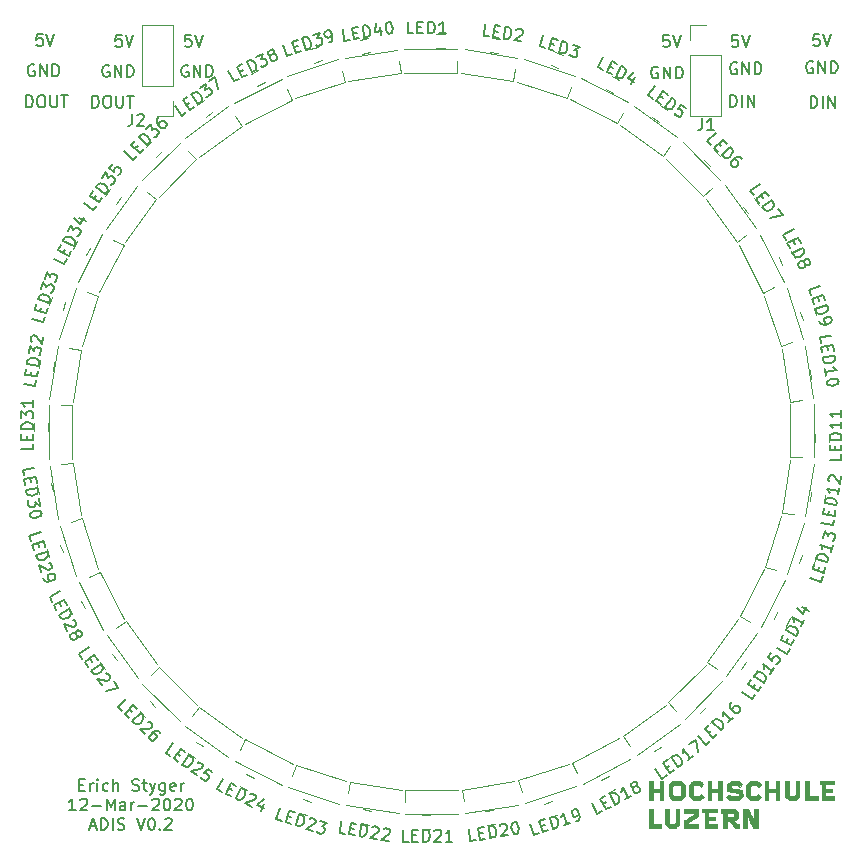
<source format=gbr>
G04 #@! TF.GenerationSoftware,KiCad,Pcbnew,(5.1.5)-3*
G04 #@! TF.CreationDate,2020-03-12T08:41:59+01:00*
G04 #@! TF.ProjectId,StepperClockLedRing,53746570-7065-4724-936c-6f636b4c6564,V0.1*
G04 #@! TF.SameCoordinates,Original*
G04 #@! TF.FileFunction,Legend,Top*
G04 #@! TF.FilePolarity,Positive*
%FSLAX46Y46*%
G04 Gerber Fmt 4.6, Leading zero omitted, Abs format (unit mm)*
G04 Created by KiCad (PCBNEW (5.1.5)-3) date 2020-03-12 08:41:59*
%MOMM*%
%LPD*%
G04 APERTURE LIST*
%ADD10C,0.150000*%
%ADD11C,0.120000*%
%ADD12C,0.010000*%
G04 APERTURE END LIST*
D10*
X61639523Y-92842380D02*
X61163333Y-92842380D01*
X61115714Y-93318571D01*
X61163333Y-93270952D01*
X61258571Y-93223333D01*
X61496666Y-93223333D01*
X61591904Y-93270952D01*
X61639523Y-93318571D01*
X61687142Y-93413809D01*
X61687142Y-93651904D01*
X61639523Y-93747142D01*
X61591904Y-93794761D01*
X61496666Y-93842380D01*
X61258571Y-93842380D01*
X61163333Y-93794761D01*
X61115714Y-93747142D01*
X61972857Y-92842380D02*
X62306190Y-93842380D01*
X62639523Y-92842380D01*
X126853095Y-95205000D02*
X126757857Y-95157380D01*
X126615000Y-95157380D01*
X126472142Y-95205000D01*
X126376904Y-95300238D01*
X126329285Y-95395476D01*
X126281666Y-95585952D01*
X126281666Y-95728809D01*
X126329285Y-95919285D01*
X126376904Y-96014523D01*
X126472142Y-96109761D01*
X126615000Y-96157380D01*
X126710238Y-96157380D01*
X126853095Y-96109761D01*
X126900714Y-96062142D01*
X126900714Y-95728809D01*
X126710238Y-95728809D01*
X127329285Y-96157380D02*
X127329285Y-95157380D01*
X127900714Y-96157380D01*
X127900714Y-95157380D01*
X128376904Y-96157380D02*
X128376904Y-95157380D01*
X128615000Y-95157380D01*
X128757857Y-95205000D01*
X128853095Y-95300238D01*
X128900714Y-95395476D01*
X128948333Y-95585952D01*
X128948333Y-95728809D01*
X128900714Y-95919285D01*
X128853095Y-96014523D01*
X128757857Y-96109761D01*
X128615000Y-96157380D01*
X128376904Y-96157380D01*
X60958095Y-95470000D02*
X60862857Y-95422380D01*
X60720000Y-95422380D01*
X60577142Y-95470000D01*
X60481904Y-95565238D01*
X60434285Y-95660476D01*
X60386666Y-95850952D01*
X60386666Y-95993809D01*
X60434285Y-96184285D01*
X60481904Y-96279523D01*
X60577142Y-96374761D01*
X60720000Y-96422380D01*
X60815238Y-96422380D01*
X60958095Y-96374761D01*
X61005714Y-96327142D01*
X61005714Y-95993809D01*
X60815238Y-95993809D01*
X61434285Y-96422380D02*
X61434285Y-95422380D01*
X62005714Y-96422380D01*
X62005714Y-95422380D01*
X62481904Y-96422380D02*
X62481904Y-95422380D01*
X62720000Y-95422380D01*
X62862857Y-95470000D01*
X62958095Y-95565238D01*
X63005714Y-95660476D01*
X63053333Y-95850952D01*
X63053333Y-95993809D01*
X63005714Y-96184285D01*
X62958095Y-96279523D01*
X62862857Y-96374761D01*
X62720000Y-96422380D01*
X62481904Y-96422380D01*
X127409523Y-92852380D02*
X126933333Y-92852380D01*
X126885714Y-93328571D01*
X126933333Y-93280952D01*
X127028571Y-93233333D01*
X127266666Y-93233333D01*
X127361904Y-93280952D01*
X127409523Y-93328571D01*
X127457142Y-93423809D01*
X127457142Y-93661904D01*
X127409523Y-93757142D01*
X127361904Y-93804761D01*
X127266666Y-93852380D01*
X127028571Y-93852380D01*
X126933333Y-93804761D01*
X126885714Y-93757142D01*
X127742857Y-92852380D02*
X128076190Y-93852380D01*
X128409523Y-92852380D01*
X126676190Y-99102380D02*
X126676190Y-98102380D01*
X126914285Y-98102380D01*
X127057142Y-98150000D01*
X127152380Y-98245238D01*
X127200000Y-98340476D01*
X127247619Y-98530952D01*
X127247619Y-98673809D01*
X127200000Y-98864285D01*
X127152380Y-98959523D01*
X127057142Y-99054761D01*
X126914285Y-99102380D01*
X126676190Y-99102380D01*
X127676190Y-99102380D02*
X127676190Y-98102380D01*
X128152380Y-99102380D02*
X128152380Y-98102380D01*
X128723809Y-99102380D01*
X128723809Y-98102380D01*
X60259523Y-99052380D02*
X60259523Y-98052380D01*
X60497619Y-98052380D01*
X60640476Y-98100000D01*
X60735714Y-98195238D01*
X60783333Y-98290476D01*
X60830952Y-98480952D01*
X60830952Y-98623809D01*
X60783333Y-98814285D01*
X60735714Y-98909523D01*
X60640476Y-99004761D01*
X60497619Y-99052380D01*
X60259523Y-99052380D01*
X61450000Y-98052380D02*
X61640476Y-98052380D01*
X61735714Y-98100000D01*
X61830952Y-98195238D01*
X61878571Y-98385714D01*
X61878571Y-98719047D01*
X61830952Y-98909523D01*
X61735714Y-99004761D01*
X61640476Y-99052380D01*
X61450000Y-99052380D01*
X61354761Y-99004761D01*
X61259523Y-98909523D01*
X61211904Y-98719047D01*
X61211904Y-98385714D01*
X61259523Y-98195238D01*
X61354761Y-98100000D01*
X61450000Y-98052380D01*
X62307142Y-98052380D02*
X62307142Y-98861904D01*
X62354761Y-98957142D01*
X62402380Y-99004761D01*
X62497619Y-99052380D01*
X62688095Y-99052380D01*
X62783333Y-99004761D01*
X62830952Y-98957142D01*
X62878571Y-98861904D01*
X62878571Y-98052380D01*
X63211904Y-98052380D02*
X63783333Y-98052380D01*
X63497619Y-99052380D02*
X63497619Y-98052380D01*
X113738095Y-95650000D02*
X113642857Y-95602380D01*
X113500000Y-95602380D01*
X113357142Y-95650000D01*
X113261904Y-95745238D01*
X113214285Y-95840476D01*
X113166666Y-96030952D01*
X113166666Y-96173809D01*
X113214285Y-96364285D01*
X113261904Y-96459523D01*
X113357142Y-96554761D01*
X113500000Y-96602380D01*
X113595238Y-96602380D01*
X113738095Y-96554761D01*
X113785714Y-96507142D01*
X113785714Y-96173809D01*
X113595238Y-96173809D01*
X114214285Y-96602380D02*
X114214285Y-95602380D01*
X114785714Y-96602380D01*
X114785714Y-95602380D01*
X115261904Y-96602380D02*
X115261904Y-95602380D01*
X115500000Y-95602380D01*
X115642857Y-95650000D01*
X115738095Y-95745238D01*
X115785714Y-95840476D01*
X115833333Y-96030952D01*
X115833333Y-96173809D01*
X115785714Y-96364285D01*
X115738095Y-96459523D01*
X115642857Y-96554761D01*
X115500000Y-96602380D01*
X115261904Y-96602380D01*
X114684523Y-92952380D02*
X114208333Y-92952380D01*
X114160714Y-93428571D01*
X114208333Y-93380952D01*
X114303571Y-93333333D01*
X114541666Y-93333333D01*
X114636904Y-93380952D01*
X114684523Y-93428571D01*
X114732142Y-93523809D01*
X114732142Y-93761904D01*
X114684523Y-93857142D01*
X114636904Y-93904761D01*
X114541666Y-93952380D01*
X114303571Y-93952380D01*
X114208333Y-93904761D01*
X114160714Y-93857142D01*
X115017857Y-92952380D02*
X115351190Y-93952380D01*
X115684523Y-92952380D01*
X73963095Y-95525000D02*
X73867857Y-95477380D01*
X73725000Y-95477380D01*
X73582142Y-95525000D01*
X73486904Y-95620238D01*
X73439285Y-95715476D01*
X73391666Y-95905952D01*
X73391666Y-96048809D01*
X73439285Y-96239285D01*
X73486904Y-96334523D01*
X73582142Y-96429761D01*
X73725000Y-96477380D01*
X73820238Y-96477380D01*
X73963095Y-96429761D01*
X74010714Y-96382142D01*
X74010714Y-96048809D01*
X73820238Y-96048809D01*
X74439285Y-96477380D02*
X74439285Y-95477380D01*
X75010714Y-96477380D01*
X75010714Y-95477380D01*
X75486904Y-96477380D02*
X75486904Y-95477380D01*
X75725000Y-95477380D01*
X75867857Y-95525000D01*
X75963095Y-95620238D01*
X76010714Y-95715476D01*
X76058333Y-95905952D01*
X76058333Y-96048809D01*
X76010714Y-96239285D01*
X75963095Y-96334523D01*
X75867857Y-96429761D01*
X75725000Y-96477380D01*
X75486904Y-96477380D01*
X74209523Y-92927380D02*
X73733333Y-92927380D01*
X73685714Y-93403571D01*
X73733333Y-93355952D01*
X73828571Y-93308333D01*
X74066666Y-93308333D01*
X74161904Y-93355952D01*
X74209523Y-93403571D01*
X74257142Y-93498809D01*
X74257142Y-93736904D01*
X74209523Y-93832142D01*
X74161904Y-93879761D01*
X74066666Y-93927380D01*
X73828571Y-93927380D01*
X73733333Y-93879761D01*
X73685714Y-93832142D01*
X74542857Y-92927380D02*
X74876190Y-93927380D01*
X75209523Y-92927380D01*
X64767857Y-156403571D02*
X65101190Y-156403571D01*
X65244047Y-156927380D02*
X64767857Y-156927380D01*
X64767857Y-155927380D01*
X65244047Y-155927380D01*
X65672619Y-156927380D02*
X65672619Y-156260714D01*
X65672619Y-156451190D02*
X65720238Y-156355952D01*
X65767857Y-156308333D01*
X65863095Y-156260714D01*
X65958333Y-156260714D01*
X66291666Y-156927380D02*
X66291666Y-156260714D01*
X66291666Y-155927380D02*
X66244047Y-155975000D01*
X66291666Y-156022619D01*
X66339285Y-155975000D01*
X66291666Y-155927380D01*
X66291666Y-156022619D01*
X67196428Y-156879761D02*
X67101190Y-156927380D01*
X66910714Y-156927380D01*
X66815476Y-156879761D01*
X66767857Y-156832142D01*
X66720238Y-156736904D01*
X66720238Y-156451190D01*
X66767857Y-156355952D01*
X66815476Y-156308333D01*
X66910714Y-156260714D01*
X67101190Y-156260714D01*
X67196428Y-156308333D01*
X67625000Y-156927380D02*
X67625000Y-155927380D01*
X68053571Y-156927380D02*
X68053571Y-156403571D01*
X68005952Y-156308333D01*
X67910714Y-156260714D01*
X67767857Y-156260714D01*
X67672619Y-156308333D01*
X67625000Y-156355952D01*
X69244047Y-156879761D02*
X69386904Y-156927380D01*
X69625000Y-156927380D01*
X69720238Y-156879761D01*
X69767857Y-156832142D01*
X69815476Y-156736904D01*
X69815476Y-156641666D01*
X69767857Y-156546428D01*
X69720238Y-156498809D01*
X69625000Y-156451190D01*
X69434523Y-156403571D01*
X69339285Y-156355952D01*
X69291666Y-156308333D01*
X69244047Y-156213095D01*
X69244047Y-156117857D01*
X69291666Y-156022619D01*
X69339285Y-155975000D01*
X69434523Y-155927380D01*
X69672619Y-155927380D01*
X69815476Y-155975000D01*
X70101190Y-156260714D02*
X70482142Y-156260714D01*
X70244047Y-155927380D02*
X70244047Y-156784523D01*
X70291666Y-156879761D01*
X70386904Y-156927380D01*
X70482142Y-156927380D01*
X70720238Y-156260714D02*
X70958333Y-156927380D01*
X71196428Y-156260714D02*
X70958333Y-156927380D01*
X70863095Y-157165476D01*
X70815476Y-157213095D01*
X70720238Y-157260714D01*
X72005952Y-156260714D02*
X72005952Y-157070238D01*
X71958333Y-157165476D01*
X71910714Y-157213095D01*
X71815476Y-157260714D01*
X71672619Y-157260714D01*
X71577380Y-157213095D01*
X72005952Y-156879761D02*
X71910714Y-156927380D01*
X71720238Y-156927380D01*
X71625000Y-156879761D01*
X71577380Y-156832142D01*
X71529761Y-156736904D01*
X71529761Y-156451190D01*
X71577380Y-156355952D01*
X71625000Y-156308333D01*
X71720238Y-156260714D01*
X71910714Y-156260714D01*
X72005952Y-156308333D01*
X72863095Y-156879761D02*
X72767857Y-156927380D01*
X72577380Y-156927380D01*
X72482142Y-156879761D01*
X72434523Y-156784523D01*
X72434523Y-156403571D01*
X72482142Y-156308333D01*
X72577380Y-156260714D01*
X72767857Y-156260714D01*
X72863095Y-156308333D01*
X72910714Y-156403571D01*
X72910714Y-156498809D01*
X72434523Y-156594047D01*
X73339285Y-156927380D02*
X73339285Y-156260714D01*
X73339285Y-156451190D02*
X73386904Y-156355952D01*
X73434523Y-156308333D01*
X73529761Y-156260714D01*
X73625000Y-156260714D01*
X64458333Y-158577380D02*
X63886904Y-158577380D01*
X64172619Y-158577380D02*
X64172619Y-157577380D01*
X64077380Y-157720238D01*
X63982142Y-157815476D01*
X63886904Y-157863095D01*
X64839285Y-157672619D02*
X64886904Y-157625000D01*
X64982142Y-157577380D01*
X65220238Y-157577380D01*
X65315476Y-157625000D01*
X65363095Y-157672619D01*
X65410714Y-157767857D01*
X65410714Y-157863095D01*
X65363095Y-158005952D01*
X64791666Y-158577380D01*
X65410714Y-158577380D01*
X65839285Y-158196428D02*
X66601190Y-158196428D01*
X67077380Y-158577380D02*
X67077380Y-157577380D01*
X67410714Y-158291666D01*
X67744047Y-157577380D01*
X67744047Y-158577380D01*
X68648809Y-158577380D02*
X68648809Y-158053571D01*
X68601190Y-157958333D01*
X68505952Y-157910714D01*
X68315476Y-157910714D01*
X68220238Y-157958333D01*
X68648809Y-158529761D02*
X68553571Y-158577380D01*
X68315476Y-158577380D01*
X68220238Y-158529761D01*
X68172619Y-158434523D01*
X68172619Y-158339285D01*
X68220238Y-158244047D01*
X68315476Y-158196428D01*
X68553571Y-158196428D01*
X68648809Y-158148809D01*
X69125000Y-158577380D02*
X69125000Y-157910714D01*
X69125000Y-158101190D02*
X69172619Y-158005952D01*
X69220238Y-157958333D01*
X69315476Y-157910714D01*
X69410714Y-157910714D01*
X69744047Y-158196428D02*
X70505952Y-158196428D01*
X70934523Y-157672619D02*
X70982142Y-157625000D01*
X71077380Y-157577380D01*
X71315476Y-157577380D01*
X71410714Y-157625000D01*
X71458333Y-157672619D01*
X71505952Y-157767857D01*
X71505952Y-157863095D01*
X71458333Y-158005952D01*
X70886904Y-158577380D01*
X71505952Y-158577380D01*
X72125000Y-157577380D02*
X72220238Y-157577380D01*
X72315476Y-157625000D01*
X72363095Y-157672619D01*
X72410714Y-157767857D01*
X72458333Y-157958333D01*
X72458333Y-158196428D01*
X72410714Y-158386904D01*
X72363095Y-158482142D01*
X72315476Y-158529761D01*
X72220238Y-158577380D01*
X72125000Y-158577380D01*
X72029761Y-158529761D01*
X71982142Y-158482142D01*
X71934523Y-158386904D01*
X71886904Y-158196428D01*
X71886904Y-157958333D01*
X71934523Y-157767857D01*
X71982142Y-157672619D01*
X72029761Y-157625000D01*
X72125000Y-157577380D01*
X72839285Y-157672619D02*
X72886904Y-157625000D01*
X72982142Y-157577380D01*
X73220238Y-157577380D01*
X73315476Y-157625000D01*
X73363095Y-157672619D01*
X73410714Y-157767857D01*
X73410714Y-157863095D01*
X73363095Y-158005952D01*
X72791666Y-158577380D01*
X73410714Y-158577380D01*
X74029761Y-157577380D02*
X74125000Y-157577380D01*
X74220238Y-157625000D01*
X74267857Y-157672619D01*
X74315476Y-157767857D01*
X74363095Y-157958333D01*
X74363095Y-158196428D01*
X74315476Y-158386904D01*
X74267857Y-158482142D01*
X74220238Y-158529761D01*
X74125000Y-158577380D01*
X74029761Y-158577380D01*
X73934523Y-158529761D01*
X73886904Y-158482142D01*
X73839285Y-158386904D01*
X73791666Y-158196428D01*
X73791666Y-157958333D01*
X73839285Y-157767857D01*
X73886904Y-157672619D01*
X73934523Y-157625000D01*
X74029761Y-157577380D01*
X65672619Y-159941666D02*
X66148809Y-159941666D01*
X65577380Y-160227380D02*
X65910714Y-159227380D01*
X66244047Y-160227380D01*
X66577380Y-160227380D02*
X66577380Y-159227380D01*
X66815476Y-159227380D01*
X66958333Y-159275000D01*
X67053571Y-159370238D01*
X67101190Y-159465476D01*
X67148809Y-159655952D01*
X67148809Y-159798809D01*
X67101190Y-159989285D01*
X67053571Y-160084523D01*
X66958333Y-160179761D01*
X66815476Y-160227380D01*
X66577380Y-160227380D01*
X67577380Y-160227380D02*
X67577380Y-159227380D01*
X68005952Y-160179761D02*
X68148809Y-160227380D01*
X68386904Y-160227380D01*
X68482142Y-160179761D01*
X68529761Y-160132142D01*
X68577380Y-160036904D01*
X68577380Y-159941666D01*
X68529761Y-159846428D01*
X68482142Y-159798809D01*
X68386904Y-159751190D01*
X68196428Y-159703571D01*
X68101190Y-159655952D01*
X68053571Y-159608333D01*
X68005952Y-159513095D01*
X68005952Y-159417857D01*
X68053571Y-159322619D01*
X68101190Y-159275000D01*
X68196428Y-159227380D01*
X68434523Y-159227380D01*
X68577380Y-159275000D01*
X69625000Y-159227380D02*
X69958333Y-160227380D01*
X70291666Y-159227380D01*
X70815476Y-159227380D02*
X70910714Y-159227380D01*
X71005952Y-159275000D01*
X71053571Y-159322619D01*
X71101190Y-159417857D01*
X71148809Y-159608333D01*
X71148809Y-159846428D01*
X71101190Y-160036904D01*
X71053571Y-160132142D01*
X71005952Y-160179761D01*
X70910714Y-160227380D01*
X70815476Y-160227380D01*
X70720238Y-160179761D01*
X70672619Y-160132142D01*
X70625000Y-160036904D01*
X70577380Y-159846428D01*
X70577380Y-159608333D01*
X70625000Y-159417857D01*
X70672619Y-159322619D01*
X70720238Y-159275000D01*
X70815476Y-159227380D01*
X71577380Y-160132142D02*
X71625000Y-160179761D01*
X71577380Y-160227380D01*
X71529761Y-160179761D01*
X71577380Y-160132142D01*
X71577380Y-160227380D01*
X72005952Y-159322619D02*
X72053571Y-159275000D01*
X72148809Y-159227380D01*
X72386904Y-159227380D01*
X72482142Y-159275000D01*
X72529761Y-159322619D01*
X72577380Y-159417857D01*
X72577380Y-159513095D01*
X72529761Y-159655952D01*
X71958333Y-160227380D01*
X72577380Y-160227380D01*
X119851190Y-99027380D02*
X119851190Y-98027380D01*
X120089285Y-98027380D01*
X120232142Y-98075000D01*
X120327380Y-98170238D01*
X120375000Y-98265476D01*
X120422619Y-98455952D01*
X120422619Y-98598809D01*
X120375000Y-98789285D01*
X120327380Y-98884523D01*
X120232142Y-98979761D01*
X120089285Y-99027380D01*
X119851190Y-99027380D01*
X120851190Y-99027380D02*
X120851190Y-98027380D01*
X121327380Y-99027380D02*
X121327380Y-98027380D01*
X121898809Y-99027380D01*
X121898809Y-98027380D01*
X120413095Y-95300000D02*
X120317857Y-95252380D01*
X120175000Y-95252380D01*
X120032142Y-95300000D01*
X119936904Y-95395238D01*
X119889285Y-95490476D01*
X119841666Y-95680952D01*
X119841666Y-95823809D01*
X119889285Y-96014285D01*
X119936904Y-96109523D01*
X120032142Y-96204761D01*
X120175000Y-96252380D01*
X120270238Y-96252380D01*
X120413095Y-96204761D01*
X120460714Y-96157142D01*
X120460714Y-95823809D01*
X120270238Y-95823809D01*
X120889285Y-96252380D02*
X120889285Y-95252380D01*
X121460714Y-96252380D01*
X121460714Y-95252380D01*
X121936904Y-96252380D02*
X121936904Y-95252380D01*
X122175000Y-95252380D01*
X122317857Y-95300000D01*
X122413095Y-95395238D01*
X122460714Y-95490476D01*
X122508333Y-95680952D01*
X122508333Y-95823809D01*
X122460714Y-96014285D01*
X122413095Y-96109523D01*
X122317857Y-96204761D01*
X122175000Y-96252380D01*
X121936904Y-96252380D01*
X120509523Y-92952380D02*
X120033333Y-92952380D01*
X119985714Y-93428571D01*
X120033333Y-93380952D01*
X120128571Y-93333333D01*
X120366666Y-93333333D01*
X120461904Y-93380952D01*
X120509523Y-93428571D01*
X120557142Y-93523809D01*
X120557142Y-93761904D01*
X120509523Y-93857142D01*
X120461904Y-93904761D01*
X120366666Y-93952380D01*
X120128571Y-93952380D01*
X120033333Y-93904761D01*
X119985714Y-93857142D01*
X120842857Y-92952380D02*
X121176190Y-93952380D01*
X121509523Y-92952380D01*
X65834523Y-99077380D02*
X65834523Y-98077380D01*
X66072619Y-98077380D01*
X66215476Y-98125000D01*
X66310714Y-98220238D01*
X66358333Y-98315476D01*
X66405952Y-98505952D01*
X66405952Y-98648809D01*
X66358333Y-98839285D01*
X66310714Y-98934523D01*
X66215476Y-99029761D01*
X66072619Y-99077380D01*
X65834523Y-99077380D01*
X67025000Y-98077380D02*
X67215476Y-98077380D01*
X67310714Y-98125000D01*
X67405952Y-98220238D01*
X67453571Y-98410714D01*
X67453571Y-98744047D01*
X67405952Y-98934523D01*
X67310714Y-99029761D01*
X67215476Y-99077380D01*
X67025000Y-99077380D01*
X66929761Y-99029761D01*
X66834523Y-98934523D01*
X66786904Y-98744047D01*
X66786904Y-98410714D01*
X66834523Y-98220238D01*
X66929761Y-98125000D01*
X67025000Y-98077380D01*
X67882142Y-98077380D02*
X67882142Y-98886904D01*
X67929761Y-98982142D01*
X67977380Y-99029761D01*
X68072619Y-99077380D01*
X68263095Y-99077380D01*
X68358333Y-99029761D01*
X68405952Y-98982142D01*
X68453571Y-98886904D01*
X68453571Y-98077380D01*
X68786904Y-98077380D02*
X69358333Y-98077380D01*
X69072619Y-99077380D02*
X69072619Y-98077380D01*
X67263095Y-95525000D02*
X67167857Y-95477380D01*
X67025000Y-95477380D01*
X66882142Y-95525000D01*
X66786904Y-95620238D01*
X66739285Y-95715476D01*
X66691666Y-95905952D01*
X66691666Y-96048809D01*
X66739285Y-96239285D01*
X66786904Y-96334523D01*
X66882142Y-96429761D01*
X67025000Y-96477380D01*
X67120238Y-96477380D01*
X67263095Y-96429761D01*
X67310714Y-96382142D01*
X67310714Y-96048809D01*
X67120238Y-96048809D01*
X67739285Y-96477380D02*
X67739285Y-95477380D01*
X68310714Y-96477380D01*
X68310714Y-95477380D01*
X68786904Y-96477380D02*
X68786904Y-95477380D01*
X69025000Y-95477380D01*
X69167857Y-95525000D01*
X69263095Y-95620238D01*
X69310714Y-95715476D01*
X69358333Y-95905952D01*
X69358333Y-96048809D01*
X69310714Y-96239285D01*
X69263095Y-96334523D01*
X69167857Y-96429761D01*
X69025000Y-96477380D01*
X68786904Y-96477380D01*
X68334523Y-92927380D02*
X67858333Y-92927380D01*
X67810714Y-93403571D01*
X67858333Y-93355952D01*
X67953571Y-93308333D01*
X68191666Y-93308333D01*
X68286904Y-93355952D01*
X68334523Y-93403571D01*
X68382142Y-93498809D01*
X68382142Y-93736904D01*
X68334523Y-93832142D01*
X68286904Y-93879761D01*
X68191666Y-93927380D01*
X67953571Y-93927380D01*
X67858333Y-93879761D01*
X67810714Y-93832142D01*
X68667857Y-92927380D02*
X69001190Y-93927380D01*
X69334523Y-92927380D01*
D11*
X115826472Y-102003680D02*
X119008452Y-105185660D01*
X114412258Y-103417893D02*
X117594239Y-106599874D01*
X117594239Y-106599874D02*
X118301346Y-105892767D01*
D12*
G36*
X114644727Y-159040753D02*
G01*
X114644879Y-159219351D01*
X114645646Y-159357753D01*
X114647497Y-159461943D01*
X114650898Y-159537907D01*
X114656318Y-159591629D01*
X114664224Y-159629095D01*
X114675085Y-159656289D01*
X114689367Y-159679198D01*
X114695251Y-159687299D01*
X114721630Y-159720116D01*
X114748949Y-159740280D01*
X114788579Y-159750869D01*
X114851893Y-159754962D01*
X114947679Y-159755636D01*
X115045167Y-159754915D01*
X115107724Y-159750735D01*
X115146598Y-159740076D01*
X115173037Y-159719916D01*
X115197337Y-159688572D01*
X115212088Y-159665589D01*
X115223448Y-159639267D01*
X115231858Y-159603637D01*
X115237758Y-159552729D01*
X115241591Y-159480575D01*
X115243796Y-159381203D01*
X115244814Y-159248645D01*
X115245087Y-159076932D01*
X115245091Y-159042026D01*
X115245091Y-158462545D01*
X115545273Y-158462545D01*
X115545273Y-159749508D01*
X115417410Y-159880472D01*
X115348611Y-159946267D01*
X115284122Y-159999976D01*
X115236366Y-160031382D01*
X115231179Y-160033627D01*
X115184496Y-160042320D01*
X115104816Y-160048665D01*
X115005213Y-160052520D01*
X114898763Y-160053743D01*
X114798542Y-160052192D01*
X114717624Y-160047723D01*
X114669086Y-160040195D01*
X114667818Y-160039762D01*
X114636265Y-160018668D01*
X114582059Y-159973140D01*
X114515011Y-159911589D01*
X114488864Y-159886389D01*
X114344545Y-159745425D01*
X114344545Y-158462545D01*
X114644727Y-158462545D01*
X114644727Y-159040753D01*
G37*
X114644727Y-159040753D02*
X114644879Y-159219351D01*
X114645646Y-159357753D01*
X114647497Y-159461943D01*
X114650898Y-159537907D01*
X114656318Y-159591629D01*
X114664224Y-159629095D01*
X114675085Y-159656289D01*
X114689367Y-159679198D01*
X114695251Y-159687299D01*
X114721630Y-159720116D01*
X114748949Y-159740280D01*
X114788579Y-159750869D01*
X114851893Y-159754962D01*
X114947679Y-159755636D01*
X115045167Y-159754915D01*
X115107724Y-159750735D01*
X115146598Y-159740076D01*
X115173037Y-159719916D01*
X115197337Y-159688572D01*
X115212088Y-159665589D01*
X115223448Y-159639267D01*
X115231858Y-159603637D01*
X115237758Y-159552729D01*
X115241591Y-159480575D01*
X115243796Y-159381203D01*
X115244814Y-159248645D01*
X115245087Y-159076932D01*
X115245091Y-159042026D01*
X115245091Y-158462545D01*
X115545273Y-158462545D01*
X115545273Y-159749508D01*
X115417410Y-159880472D01*
X115348611Y-159946267D01*
X115284122Y-159999976D01*
X115236366Y-160031382D01*
X115231179Y-160033627D01*
X115184496Y-160042320D01*
X115104816Y-160048665D01*
X115005213Y-160052520D01*
X114898763Y-160053743D01*
X114798542Y-160052192D01*
X114717624Y-160047723D01*
X114669086Y-160040195D01*
X114667818Y-160039762D01*
X114636265Y-160018668D01*
X114582059Y-159973140D01*
X114515011Y-159911589D01*
X114488864Y-159886389D01*
X114344545Y-159745425D01*
X114344545Y-158462545D01*
X114644727Y-158462545D01*
X114644727Y-159040753D01*
G36*
X117138545Y-158745647D02*
G01*
X117137059Y-158876850D01*
X117132047Y-158969778D01*
X117122676Y-159032259D01*
X117108117Y-159072121D01*
X117103008Y-159080279D01*
X117072605Y-159106734D01*
X117008386Y-159151121D01*
X116917047Y-159209206D01*
X116805287Y-159276756D01*
X116679804Y-159349538D01*
X116652735Y-159364866D01*
X116513739Y-159443442D01*
X116409886Y-159503254D01*
X116336054Y-159548158D01*
X116287124Y-159582011D01*
X116257974Y-159608667D01*
X116243484Y-159631984D01*
X116238533Y-159655817D01*
X116238000Y-159677176D01*
X116238000Y-159755636D01*
X117138545Y-159755636D01*
X117138545Y-160055818D01*
X116542030Y-160055818D01*
X116380876Y-160055461D01*
X116235488Y-160054454D01*
X116112079Y-160052897D01*
X116016864Y-160050888D01*
X115956055Y-160048526D01*
X115935894Y-160046194D01*
X115932178Y-160020705D01*
X115929139Y-159958354D01*
X115927084Y-159868457D01*
X115926324Y-159760331D01*
X115926324Y-159758148D01*
X115926989Y-159639093D01*
X115929883Y-159557009D01*
X115936433Y-159502689D01*
X115948063Y-159466928D01*
X115966199Y-159440522D01*
X115977339Y-159428762D01*
X116013028Y-159401500D01*
X116081749Y-159356225D01*
X116176225Y-159297461D01*
X116289178Y-159229733D01*
X116413330Y-159157566D01*
X116416015Y-159156030D01*
X116549613Y-159079393D01*
X116648459Y-159021454D01*
X116717921Y-158978033D01*
X116763364Y-158944950D01*
X116790155Y-158918026D01*
X116803661Y-158893083D01*
X116809247Y-158865940D01*
X116810894Y-158848495D01*
X116818060Y-158762727D01*
X115958705Y-158762727D01*
X115965580Y-158618409D01*
X115972454Y-158474091D01*
X116555500Y-158467922D01*
X117138545Y-158461752D01*
X117138545Y-158745647D01*
G37*
X117138545Y-158745647D02*
X117137059Y-158876850D01*
X117132047Y-158969778D01*
X117122676Y-159032259D01*
X117108117Y-159072121D01*
X117103008Y-159080279D01*
X117072605Y-159106734D01*
X117008386Y-159151121D01*
X116917047Y-159209206D01*
X116805287Y-159276756D01*
X116679804Y-159349538D01*
X116652735Y-159364866D01*
X116513739Y-159443442D01*
X116409886Y-159503254D01*
X116336054Y-159548158D01*
X116287124Y-159582011D01*
X116257974Y-159608667D01*
X116243484Y-159631984D01*
X116238533Y-159655817D01*
X116238000Y-159677176D01*
X116238000Y-159755636D01*
X117138545Y-159755636D01*
X117138545Y-160055818D01*
X116542030Y-160055818D01*
X116380876Y-160055461D01*
X116235488Y-160054454D01*
X116112079Y-160052897D01*
X116016864Y-160050888D01*
X115956055Y-160048526D01*
X115935894Y-160046194D01*
X115932178Y-160020705D01*
X115929139Y-159958354D01*
X115927084Y-159868457D01*
X115926324Y-159760331D01*
X115926324Y-159758148D01*
X115926989Y-159639093D01*
X115929883Y-159557009D01*
X115936433Y-159502689D01*
X115948063Y-159466928D01*
X115966199Y-159440522D01*
X115977339Y-159428762D01*
X116013028Y-159401500D01*
X116081749Y-159356225D01*
X116176225Y-159297461D01*
X116289178Y-159229733D01*
X116413330Y-159157566D01*
X116416015Y-159156030D01*
X116549613Y-159079393D01*
X116648459Y-159021454D01*
X116717921Y-158978033D01*
X116763364Y-158944950D01*
X116790155Y-158918026D01*
X116803661Y-158893083D01*
X116809247Y-158865940D01*
X116810894Y-158848495D01*
X116818060Y-158762727D01*
X115958705Y-158762727D01*
X115965580Y-158618409D01*
X115972454Y-158474091D01*
X116555500Y-158467922D01*
X117138545Y-158461752D01*
X117138545Y-158745647D01*
G36*
X119672773Y-158467189D02*
G01*
X120244273Y-158474091D01*
X120365500Y-158599244D01*
X120424170Y-158662678D01*
X120467785Y-158715273D01*
X120488093Y-158746970D01*
X120488622Y-158749335D01*
X120489382Y-158782431D01*
X120489797Y-158849619D01*
X120489811Y-158938810D01*
X120489683Y-158980220D01*
X120488849Y-159186168D01*
X120378167Y-159298540D01*
X120312064Y-159358928D01*
X120248677Y-159405733D01*
X120205394Y-159427411D01*
X120143304Y-159443909D01*
X120270042Y-159599773D01*
X120333237Y-159675524D01*
X120378448Y-159721777D01*
X120415737Y-159745730D01*
X120455162Y-159754577D01*
X120487936Y-159755636D01*
X120579091Y-159755636D01*
X120579091Y-160057841D01*
X120413927Y-160051057D01*
X120248762Y-160044273D01*
X120013877Y-159744091D01*
X119926488Y-159633006D01*
X119861597Y-159553169D01*
X119813505Y-159499251D01*
X119776516Y-159465926D01*
X119744934Y-159447863D01*
X119713059Y-159439735D01*
X119685472Y-159436950D01*
X119591951Y-159429990D01*
X119589828Y-159714041D01*
X119588950Y-159825846D01*
X119588116Y-159921905D01*
X119587419Y-159992170D01*
X119586952Y-160026593D01*
X119586943Y-160026955D01*
X119567918Y-160044411D01*
X119509591Y-160053740D01*
X119436091Y-160055818D01*
X119286000Y-160055818D01*
X119286000Y-159033638D01*
X119594310Y-159033638D01*
X119597076Y-159101629D01*
X119602136Y-159138378D01*
X119603010Y-159140313D01*
X119631379Y-159149738D01*
X119694136Y-159154091D01*
X119779840Y-159153989D01*
X119877049Y-159150050D01*
X119974321Y-159142892D01*
X120060216Y-159133131D01*
X120123291Y-159121386D01*
X120149856Y-159110795D01*
X120172425Y-159068508D01*
X120185014Y-158998650D01*
X120187382Y-158918301D01*
X120179291Y-158844545D01*
X120160502Y-158794463D01*
X120154377Y-158787866D01*
X120111693Y-158774501D01*
X120024031Y-158767538D01*
X119892158Y-158767029D01*
X119859968Y-158767721D01*
X119597727Y-158774273D01*
X119594417Y-158947455D01*
X119594310Y-159033638D01*
X119286000Y-159033638D01*
X119286000Y-158762727D01*
X119101273Y-158762727D01*
X119101273Y-158460288D01*
X119672773Y-158467189D01*
G37*
X119672773Y-158467189D02*
X120244273Y-158474091D01*
X120365500Y-158599244D01*
X120424170Y-158662678D01*
X120467785Y-158715273D01*
X120488093Y-158746970D01*
X120488622Y-158749335D01*
X120489382Y-158782431D01*
X120489797Y-158849619D01*
X120489811Y-158938810D01*
X120489683Y-158980220D01*
X120488849Y-159186168D01*
X120378167Y-159298540D01*
X120312064Y-159358928D01*
X120248677Y-159405733D01*
X120205394Y-159427411D01*
X120143304Y-159443909D01*
X120270042Y-159599773D01*
X120333237Y-159675524D01*
X120378448Y-159721777D01*
X120415737Y-159745730D01*
X120455162Y-159754577D01*
X120487936Y-159755636D01*
X120579091Y-159755636D01*
X120579091Y-160057841D01*
X120413927Y-160051057D01*
X120248762Y-160044273D01*
X120013877Y-159744091D01*
X119926488Y-159633006D01*
X119861597Y-159553169D01*
X119813505Y-159499251D01*
X119776516Y-159465926D01*
X119744934Y-159447863D01*
X119713059Y-159439735D01*
X119685472Y-159436950D01*
X119591951Y-159429990D01*
X119589828Y-159714041D01*
X119588950Y-159825846D01*
X119588116Y-159921905D01*
X119587419Y-159992170D01*
X119586952Y-160026593D01*
X119586943Y-160026955D01*
X119567918Y-160044411D01*
X119509591Y-160053740D01*
X119436091Y-160055818D01*
X119286000Y-160055818D01*
X119286000Y-159033638D01*
X119594310Y-159033638D01*
X119597076Y-159101629D01*
X119602136Y-159138378D01*
X119603010Y-159140313D01*
X119631379Y-159149738D01*
X119694136Y-159154091D01*
X119779840Y-159153989D01*
X119877049Y-159150050D01*
X119974321Y-159142892D01*
X120060216Y-159133131D01*
X120123291Y-159121386D01*
X120149856Y-159110795D01*
X120172425Y-159068508D01*
X120185014Y-158998650D01*
X120187382Y-158918301D01*
X120179291Y-158844545D01*
X120160502Y-158794463D01*
X120154377Y-158787866D01*
X120111693Y-158774501D01*
X120024031Y-158767538D01*
X119892158Y-158767029D01*
X119859968Y-158767721D01*
X119597727Y-158774273D01*
X119594417Y-158947455D01*
X119594310Y-159033638D01*
X119286000Y-159033638D01*
X119286000Y-158762727D01*
X119101273Y-158762727D01*
X119101273Y-158460288D01*
X119672773Y-158467189D01*
G36*
X122039997Y-158467227D02*
G01*
X122183909Y-158474091D01*
X122183909Y-160044273D01*
X121770552Y-160044273D01*
X121673360Y-159824909D01*
X121628551Y-159722704D01*
X121572125Y-159592405D01*
X121510322Y-159448509D01*
X121449385Y-159305511D01*
X121429766Y-159259182D01*
X121283364Y-158912818D01*
X121277187Y-159484318D01*
X121271011Y-160055818D01*
X120971636Y-160055818D01*
X120971636Y-158462545D01*
X121389814Y-158462545D01*
X121442690Y-158583773D01*
X121468130Y-158642183D01*
X121508219Y-158734337D01*
X121559212Y-158851617D01*
X121617362Y-158985407D01*
X121678924Y-159127091D01*
X121689647Y-159151775D01*
X121883727Y-159598551D01*
X121889906Y-159029457D01*
X121896084Y-158460363D01*
X122039997Y-158467227D01*
G37*
X122039997Y-158467227D02*
X122183909Y-158474091D01*
X122183909Y-160044273D01*
X121770552Y-160044273D01*
X121673360Y-159824909D01*
X121628551Y-159722704D01*
X121572125Y-159592405D01*
X121510322Y-159448509D01*
X121449385Y-159305511D01*
X121429766Y-159259182D01*
X121283364Y-158912818D01*
X121277187Y-159484318D01*
X121271011Y-160055818D01*
X120971636Y-160055818D01*
X120971636Y-158462545D01*
X121389814Y-158462545D01*
X121442690Y-158583773D01*
X121468130Y-158642183D01*
X121508219Y-158734337D01*
X121559212Y-158851617D01*
X121617362Y-158985407D01*
X121678924Y-159127091D01*
X121689647Y-159151775D01*
X121883727Y-159598551D01*
X121889906Y-159029457D01*
X121896084Y-158460363D01*
X122039997Y-158467227D01*
G36*
X113282364Y-159755636D02*
G01*
X114021273Y-159755636D01*
X114021273Y-160032727D01*
X112982182Y-160032727D01*
X112982182Y-158462545D01*
X113282364Y-158462545D01*
X113282364Y-159755636D01*
G37*
X113282364Y-159755636D02*
X114021273Y-159755636D01*
X114021273Y-160032727D01*
X112982182Y-160032727D01*
X112982182Y-158462545D01*
X113282364Y-158462545D01*
X113282364Y-159755636D01*
G36*
X118754909Y-158739636D02*
G01*
X117992909Y-158739636D01*
X117992909Y-159109091D01*
X118547091Y-159109091D01*
X118547091Y-159386182D01*
X117992909Y-159386182D01*
X117992909Y-159732545D01*
X118754909Y-159732545D01*
X118754909Y-160032727D01*
X117692727Y-160032727D01*
X117692727Y-158739636D01*
X117508000Y-158739636D01*
X117508000Y-158462545D01*
X118754909Y-158462545D01*
X118754909Y-158739636D01*
G37*
X118754909Y-158739636D02*
X117992909Y-158739636D01*
X117992909Y-159109091D01*
X118547091Y-159109091D01*
X118547091Y-159386182D01*
X117992909Y-159386182D01*
X117992909Y-159732545D01*
X118754909Y-159732545D01*
X118754909Y-160032727D01*
X117692727Y-160032727D01*
X117692727Y-158739636D01*
X117508000Y-158739636D01*
X117508000Y-158462545D01*
X118754909Y-158462545D01*
X118754909Y-158739636D01*
G36*
X115338132Y-156111448D02*
G01*
X115709446Y-156118818D01*
X115858269Y-156272151D01*
X116007091Y-156425484D01*
X116007091Y-157382334D01*
X115858269Y-157535667D01*
X115709446Y-157689000D01*
X114963280Y-157703788D01*
X114644727Y-157385235D01*
X114644727Y-156903909D01*
X114944909Y-156903909D01*
X114945099Y-157041568D01*
X114946425Y-157140914D01*
X114950017Y-157209820D01*
X114957007Y-157256155D01*
X114968526Y-157287790D01*
X114985704Y-157312594D01*
X115006956Y-157335600D01*
X115036034Y-157363955D01*
X115064968Y-157382529D01*
X115103844Y-157393391D01*
X115162745Y-157398606D01*
X115251756Y-157400241D01*
X115322968Y-157400364D01*
X115436704Y-157399520D01*
X115514176Y-157395911D01*
X115565290Y-157387919D01*
X115599949Y-157373926D01*
X115628059Y-157352314D01*
X115630375Y-157350157D01*
X115649869Y-157330002D01*
X115663937Y-157306931D01*
X115673463Y-157273620D01*
X115679330Y-157222743D01*
X115682422Y-157146974D01*
X115683624Y-157038989D01*
X115683818Y-156907145D01*
X115683511Y-156743189D01*
X115679859Y-156619684D01*
X115668763Y-156530902D01*
X115646126Y-156471117D01*
X115607850Y-156434604D01*
X115549836Y-156415637D01*
X115467987Y-156408490D01*
X115358206Y-156407437D01*
X115326204Y-156407455D01*
X115213754Y-156407924D01*
X115137495Y-156410683D01*
X115087437Y-156417759D01*
X115053590Y-156431179D01*
X115025964Y-156452967D01*
X115006956Y-156472218D01*
X114983712Y-156497607D01*
X114967146Y-156522737D01*
X114956128Y-156555480D01*
X114949527Y-156603706D01*
X114946211Y-156675284D01*
X114945048Y-156778086D01*
X114944909Y-156903909D01*
X114644727Y-156903909D01*
X114644727Y-156415031D01*
X114805773Y-156259555D01*
X114966818Y-156104079D01*
X115338132Y-156111448D01*
G37*
X115338132Y-156111448D02*
X115709446Y-156118818D01*
X115858269Y-156272151D01*
X116007091Y-156425484D01*
X116007091Y-157382334D01*
X115858269Y-157535667D01*
X115709446Y-157689000D01*
X114963280Y-157703788D01*
X114644727Y-157385235D01*
X114644727Y-156903909D01*
X114944909Y-156903909D01*
X114945099Y-157041568D01*
X114946425Y-157140914D01*
X114950017Y-157209820D01*
X114957007Y-157256155D01*
X114968526Y-157287790D01*
X114985704Y-157312594D01*
X115006956Y-157335600D01*
X115036034Y-157363955D01*
X115064968Y-157382529D01*
X115103844Y-157393391D01*
X115162745Y-157398606D01*
X115251756Y-157400241D01*
X115322968Y-157400364D01*
X115436704Y-157399520D01*
X115514176Y-157395911D01*
X115565290Y-157387919D01*
X115599949Y-157373926D01*
X115628059Y-157352314D01*
X115630375Y-157350157D01*
X115649869Y-157330002D01*
X115663937Y-157306931D01*
X115673463Y-157273620D01*
X115679330Y-157222743D01*
X115682422Y-157146974D01*
X115683624Y-157038989D01*
X115683818Y-156907145D01*
X115683511Y-156743189D01*
X115679859Y-156619684D01*
X115668763Y-156530902D01*
X115646126Y-156471117D01*
X115607850Y-156434604D01*
X115549836Y-156415637D01*
X115467987Y-156408490D01*
X115358206Y-156407437D01*
X115326204Y-156407455D01*
X115213754Y-156407924D01*
X115137495Y-156410683D01*
X115087437Y-156417759D01*
X115053590Y-156431179D01*
X115025964Y-156452967D01*
X115006956Y-156472218D01*
X114983712Y-156497607D01*
X114967146Y-156522737D01*
X114956128Y-156555480D01*
X114949527Y-156603706D01*
X114946211Y-156675284D01*
X114945048Y-156778086D01*
X114944909Y-156903909D01*
X114644727Y-156903909D01*
X114644727Y-156415031D01*
X114805773Y-156259555D01*
X114966818Y-156104079D01*
X115338132Y-156111448D01*
G36*
X117145113Y-156108989D02*
G01*
X117243666Y-156116644D01*
X117318322Y-156133994D01*
X117380195Y-156164797D01*
X117440404Y-156212810D01*
X117501388Y-156272849D01*
X117598686Y-156372857D01*
X117508087Y-156470974D01*
X117455938Y-156524071D01*
X117414968Y-156559700D01*
X117398002Y-156569091D01*
X117371815Y-156553805D01*
X117327110Y-156514925D01*
X117300182Y-156488273D01*
X117261814Y-156450228D01*
X117228458Y-156426509D01*
X117188006Y-156413731D01*
X117128347Y-156408511D01*
X117037372Y-156407462D01*
X117011041Y-156407454D01*
X116908986Y-156408554D01*
X116841917Y-156413380D01*
X116798659Y-156424218D01*
X116768037Y-156443357D01*
X116750025Y-156460897D01*
X116731656Y-156482950D01*
X116718406Y-156508894D01*
X116709444Y-156546124D01*
X116703938Y-156602037D01*
X116701055Y-156684029D01*
X116699963Y-156799496D01*
X116699818Y-156907145D01*
X116700069Y-157050660D01*
X116701409Y-157155319D01*
X116704724Y-157228447D01*
X116710896Y-157277370D01*
X116720809Y-157309412D01*
X116735348Y-157331899D01*
X116753261Y-157350157D01*
X116785152Y-157374775D01*
X116824353Y-157389828D01*
X116882433Y-157397561D01*
X116970960Y-157400218D01*
X117012060Y-157400364D01*
X117217416Y-157400364D01*
X117305377Y-157314472D01*
X117393337Y-157228581D01*
X117497094Y-157332338D01*
X117600851Y-157436096D01*
X117472876Y-157562548D01*
X117344900Y-157689000D01*
X117039677Y-157694203D01*
X116921844Y-157694659D01*
X116817695Y-157692187D01*
X116737526Y-157687234D01*
X116691634Y-157680244D01*
X116688273Y-157679017D01*
X116650373Y-157653146D01*
X116592477Y-157603432D01*
X116526058Y-157539835D01*
X116515091Y-157528713D01*
X116388091Y-157398799D01*
X116388091Y-156409262D01*
X116503545Y-156291092D01*
X116578126Y-156217659D01*
X116641188Y-156166882D01*
X116704207Y-156134608D01*
X116778662Y-156116683D01*
X116876028Y-156108956D01*
X117007782Y-156107273D01*
X117011545Y-156107273D01*
X117145113Y-156108989D01*
G37*
X117145113Y-156108989D02*
X117243666Y-156116644D01*
X117318322Y-156133994D01*
X117380195Y-156164797D01*
X117440404Y-156212810D01*
X117501388Y-156272849D01*
X117598686Y-156372857D01*
X117508087Y-156470974D01*
X117455938Y-156524071D01*
X117414968Y-156559700D01*
X117398002Y-156569091D01*
X117371815Y-156553805D01*
X117327110Y-156514925D01*
X117300182Y-156488273D01*
X117261814Y-156450228D01*
X117228458Y-156426509D01*
X117188006Y-156413731D01*
X117128347Y-156408511D01*
X117037372Y-156407462D01*
X117011041Y-156407454D01*
X116908986Y-156408554D01*
X116841917Y-156413380D01*
X116798659Y-156424218D01*
X116768037Y-156443357D01*
X116750025Y-156460897D01*
X116731656Y-156482950D01*
X116718406Y-156508894D01*
X116709444Y-156546124D01*
X116703938Y-156602037D01*
X116701055Y-156684029D01*
X116699963Y-156799496D01*
X116699818Y-156907145D01*
X116700069Y-157050660D01*
X116701409Y-157155319D01*
X116704724Y-157228447D01*
X116710896Y-157277370D01*
X116720809Y-157309412D01*
X116735348Y-157331899D01*
X116753261Y-157350157D01*
X116785152Y-157374775D01*
X116824353Y-157389828D01*
X116882433Y-157397561D01*
X116970960Y-157400218D01*
X117012060Y-157400364D01*
X117217416Y-157400364D01*
X117305377Y-157314472D01*
X117393337Y-157228581D01*
X117497094Y-157332338D01*
X117600851Y-157436096D01*
X117472876Y-157562548D01*
X117344900Y-157689000D01*
X117039677Y-157694203D01*
X116921844Y-157694659D01*
X116817695Y-157692187D01*
X116737526Y-157687234D01*
X116691634Y-157680244D01*
X116688273Y-157679017D01*
X116650373Y-157653146D01*
X116592477Y-157603432D01*
X116526058Y-157539835D01*
X116515091Y-157528713D01*
X116388091Y-157398799D01*
X116388091Y-156409262D01*
X116503545Y-156291092D01*
X116578126Y-156217659D01*
X116641188Y-156166882D01*
X116704207Y-156134608D01*
X116778662Y-156116683D01*
X116876028Y-156108956D01*
X117007782Y-156107273D01*
X117011545Y-156107273D01*
X117145113Y-156108989D01*
G36*
X120717868Y-156238193D02*
G01*
X120859278Y-156369114D01*
X120649155Y-156579237D01*
X120561195Y-156493346D01*
X120473235Y-156407454D01*
X120230006Y-156407455D01*
X120119913Y-156408234D01*
X120045917Y-156411797D01*
X119997944Y-156419977D01*
X119965919Y-156434609D01*
X119939768Y-156457529D01*
X119936570Y-156460897D01*
X119896639Y-156529941D01*
X119886364Y-156610988D01*
X119890048Y-156670431D01*
X119899297Y-156704550D01*
X119903682Y-156707732D01*
X119951970Y-156711368D01*
X120033330Y-156721019D01*
X120138672Y-156735276D01*
X120258908Y-156752729D01*
X120384948Y-156771971D01*
X120507704Y-156791591D01*
X120618087Y-156810181D01*
X120707009Y-156826331D01*
X120765380Y-156838633D01*
X120782914Y-156844044D01*
X120837153Y-156882312D01*
X120872789Y-156934111D01*
X120893153Y-157008733D01*
X120901579Y-157115471D01*
X120902364Y-157177123D01*
X120902364Y-157382334D01*
X120753539Y-157535667D01*
X120604715Y-157689000D01*
X120212800Y-157696270D01*
X119820886Y-157703540D01*
X119686216Y-157582352D01*
X119621399Y-157522415D01*
X119571260Y-157473029D01*
X119544848Y-157443186D01*
X119543145Y-157440201D01*
X119553336Y-157413247D01*
X119587704Y-157368340D01*
X119635024Y-157317182D01*
X119684071Y-157271474D01*
X119723619Y-157242918D01*
X119736429Y-157238727D01*
X119766242Y-157254130D01*
X119813335Y-157293277D01*
X119840182Y-157319545D01*
X119918514Y-157400364D01*
X120198595Y-157400364D01*
X120317494Y-157399805D01*
X120399350Y-157397146D01*
X120453298Y-157390907D01*
X120488473Y-157379610D01*
X120514009Y-157361777D01*
X120528884Y-157346921D01*
X120568815Y-157277877D01*
X120579091Y-157196830D01*
X120577160Y-157137399D01*
X120572311Y-157103334D01*
X120570016Y-157100182D01*
X120545356Y-157097223D01*
X120482259Y-157088996D01*
X120388045Y-157076474D01*
X120270035Y-157060629D01*
X120137061Y-157042639D01*
X119967850Y-157018587D01*
X119838634Y-156996764D01*
X119743456Y-156974807D01*
X119676357Y-156950354D01*
X119631381Y-156921039D01*
X119602569Y-156884502D01*
X119583964Y-156838377D01*
X119579233Y-156821360D01*
X119569949Y-156757600D01*
X119565639Y-156667737D01*
X119567094Y-156575312D01*
X119572776Y-156487581D01*
X119583908Y-156428896D01*
X119607900Y-156382165D01*
X119652163Y-156330295D01*
X119690517Y-156290637D01*
X119758939Y-156222674D01*
X119817027Y-156173975D01*
X119874616Y-156141335D01*
X119941539Y-156121550D01*
X120027631Y-156111417D01*
X120142725Y-156107732D01*
X120253355Y-156107273D01*
X120576458Y-156107273D01*
X120717868Y-156238193D01*
G37*
X120717868Y-156238193D02*
X120859278Y-156369114D01*
X120649155Y-156579237D01*
X120561195Y-156493346D01*
X120473235Y-156407454D01*
X120230006Y-156407455D01*
X120119913Y-156408234D01*
X120045917Y-156411797D01*
X119997944Y-156419977D01*
X119965919Y-156434609D01*
X119939768Y-156457529D01*
X119936570Y-156460897D01*
X119896639Y-156529941D01*
X119886364Y-156610988D01*
X119890048Y-156670431D01*
X119899297Y-156704550D01*
X119903682Y-156707732D01*
X119951970Y-156711368D01*
X120033330Y-156721019D01*
X120138672Y-156735276D01*
X120258908Y-156752729D01*
X120384948Y-156771971D01*
X120507704Y-156791591D01*
X120618087Y-156810181D01*
X120707009Y-156826331D01*
X120765380Y-156838633D01*
X120782914Y-156844044D01*
X120837153Y-156882312D01*
X120872789Y-156934111D01*
X120893153Y-157008733D01*
X120901579Y-157115471D01*
X120902364Y-157177123D01*
X120902364Y-157382334D01*
X120753539Y-157535667D01*
X120604715Y-157689000D01*
X120212800Y-157696270D01*
X119820886Y-157703540D01*
X119686216Y-157582352D01*
X119621399Y-157522415D01*
X119571260Y-157473029D01*
X119544848Y-157443186D01*
X119543145Y-157440201D01*
X119553336Y-157413247D01*
X119587704Y-157368340D01*
X119635024Y-157317182D01*
X119684071Y-157271474D01*
X119723619Y-157242918D01*
X119736429Y-157238727D01*
X119766242Y-157254130D01*
X119813335Y-157293277D01*
X119840182Y-157319545D01*
X119918514Y-157400364D01*
X120198595Y-157400364D01*
X120317494Y-157399805D01*
X120399350Y-157397146D01*
X120453298Y-157390907D01*
X120488473Y-157379610D01*
X120514009Y-157361777D01*
X120528884Y-157346921D01*
X120568815Y-157277877D01*
X120579091Y-157196830D01*
X120577160Y-157137399D01*
X120572311Y-157103334D01*
X120570016Y-157100182D01*
X120545356Y-157097223D01*
X120482259Y-157088996D01*
X120388045Y-157076474D01*
X120270035Y-157060629D01*
X120137061Y-157042639D01*
X119967850Y-157018587D01*
X119838634Y-156996764D01*
X119743456Y-156974807D01*
X119676357Y-156950354D01*
X119631381Y-156921039D01*
X119602569Y-156884502D01*
X119583964Y-156838377D01*
X119579233Y-156821360D01*
X119569949Y-156757600D01*
X119565639Y-156667737D01*
X119567094Y-156575312D01*
X119572776Y-156487581D01*
X119583908Y-156428896D01*
X119607900Y-156382165D01*
X119652163Y-156330295D01*
X119690517Y-156290637D01*
X119758939Y-156222674D01*
X119817027Y-156173975D01*
X119874616Y-156141335D01*
X119941539Y-156121550D01*
X120027631Y-156111417D01*
X120142725Y-156107732D01*
X120253355Y-156107273D01*
X120576458Y-156107273D01*
X120717868Y-156238193D01*
G36*
X121994162Y-156108983D02*
G01*
X122092691Y-156116630D01*
X122167356Y-156133993D01*
X122229291Y-156164847D01*
X122289629Y-156212971D01*
X122351364Y-156273750D01*
X122449545Y-156374659D01*
X122345653Y-156476622D01*
X122241760Y-156578585D01*
X122154134Y-156493020D01*
X122066507Y-156407454D01*
X121857915Y-156407454D01*
X121756418Y-156408583D01*
X121689817Y-156413519D01*
X121646849Y-156424589D01*
X121616253Y-156444118D01*
X121599116Y-156460897D01*
X121580747Y-156482950D01*
X121567497Y-156508894D01*
X121558535Y-156546124D01*
X121553029Y-156602037D01*
X121550146Y-156684029D01*
X121549053Y-156799496D01*
X121548909Y-156907145D01*
X121549159Y-157050660D01*
X121550500Y-157155319D01*
X121553815Y-157228447D01*
X121559987Y-157277370D01*
X121569900Y-157309412D01*
X121584439Y-157331899D01*
X121602352Y-157350157D01*
X121634242Y-157374775D01*
X121673444Y-157389828D01*
X121731524Y-157397561D01*
X121820051Y-157400218D01*
X121861151Y-157400364D01*
X122066507Y-157400364D01*
X122154468Y-157314472D01*
X122242428Y-157228581D01*
X122346185Y-157332338D01*
X122449942Y-157436096D01*
X122321967Y-157562548D01*
X122193991Y-157689000D01*
X121888768Y-157695658D01*
X121760916Y-157697694D01*
X121670031Y-157696667D01*
X121606944Y-157691655D01*
X121562491Y-157681734D01*
X121527505Y-157665982D01*
X121514273Y-157657947D01*
X121460434Y-157616950D01*
X121392584Y-157556635D01*
X121341091Y-157506004D01*
X121237182Y-157398430D01*
X121237182Y-156409262D01*
X121352636Y-156291092D01*
X121427217Y-156217659D01*
X121490279Y-156166882D01*
X121553298Y-156134608D01*
X121627752Y-156116683D01*
X121725119Y-156108956D01*
X121856873Y-156107273D01*
X121860636Y-156107273D01*
X121994162Y-156108983D01*
G37*
X121994162Y-156108983D02*
X122092691Y-156116630D01*
X122167356Y-156133993D01*
X122229291Y-156164847D01*
X122289629Y-156212971D01*
X122351364Y-156273750D01*
X122449545Y-156374659D01*
X122345653Y-156476622D01*
X122241760Y-156578585D01*
X122154134Y-156493020D01*
X122066507Y-156407454D01*
X121857915Y-156407454D01*
X121756418Y-156408583D01*
X121689817Y-156413519D01*
X121646849Y-156424589D01*
X121616253Y-156444118D01*
X121599116Y-156460897D01*
X121580747Y-156482950D01*
X121567497Y-156508894D01*
X121558535Y-156546124D01*
X121553029Y-156602037D01*
X121550146Y-156684029D01*
X121549053Y-156799496D01*
X121548909Y-156907145D01*
X121549159Y-157050660D01*
X121550500Y-157155319D01*
X121553815Y-157228447D01*
X121559987Y-157277370D01*
X121569900Y-157309412D01*
X121584439Y-157331899D01*
X121602352Y-157350157D01*
X121634242Y-157374775D01*
X121673444Y-157389828D01*
X121731524Y-157397561D01*
X121820051Y-157400218D01*
X121861151Y-157400364D01*
X122066507Y-157400364D01*
X122154468Y-157314472D01*
X122242428Y-157228581D01*
X122346185Y-157332338D01*
X122449942Y-157436096D01*
X122321967Y-157562548D01*
X122193991Y-157689000D01*
X121888768Y-157695658D01*
X121760916Y-157697694D01*
X121670031Y-157696667D01*
X121606944Y-157691655D01*
X121562491Y-157681734D01*
X121527505Y-157665982D01*
X121514273Y-157657947D01*
X121460434Y-157616950D01*
X121392584Y-157556635D01*
X121341091Y-157506004D01*
X121237182Y-157398430D01*
X121237182Y-156409262D01*
X121352636Y-156291092D01*
X121427217Y-156217659D01*
X121490279Y-156166882D01*
X121553298Y-156134608D01*
X121627752Y-156116683D01*
X121725119Y-156108956D01*
X121856873Y-156107273D01*
X121860636Y-156107273D01*
X121994162Y-156108983D01*
G36*
X124805457Y-156690318D02*
G01*
X124806187Y-157273364D01*
X124862077Y-157336864D01*
X124892707Y-157368099D01*
X124925011Y-157386968D01*
X124971137Y-157396566D01*
X125043230Y-157399987D01*
X125111322Y-157400364D01*
X125208973Y-157399004D01*
X125272403Y-157393181D01*
X125313536Y-157380278D01*
X125344294Y-157357678D01*
X125354884Y-157346921D01*
X125370186Y-157329097D01*
X125382015Y-157308380D01*
X125390817Y-157279021D01*
X125397040Y-157235268D01*
X125401130Y-157171373D01*
X125403533Y-157081584D01*
X125404695Y-156960151D01*
X125405064Y-156801325D01*
X125405091Y-156700375D01*
X125405091Y-156107273D01*
X125705273Y-156107273D01*
X125705273Y-157404961D01*
X125568070Y-157546981D01*
X125430867Y-157689000D01*
X125129548Y-157696604D01*
X124828229Y-157704207D01*
X124683728Y-157569604D01*
X124615758Y-157505480D01*
X124560513Y-157451863D01*
X124527065Y-157417611D01*
X124522239Y-157411909D01*
X124517793Y-157383594D01*
X124513755Y-157315252D01*
X124510288Y-157213036D01*
X124507552Y-157083099D01*
X124505707Y-156931596D01*
X124504914Y-156764680D01*
X124504899Y-156748045D01*
X124504545Y-156107273D01*
X124804727Y-156107273D01*
X124805457Y-156690318D01*
G37*
X124805457Y-156690318D02*
X124806187Y-157273364D01*
X124862077Y-157336864D01*
X124892707Y-157368099D01*
X124925011Y-157386968D01*
X124971137Y-157396566D01*
X125043230Y-157399987D01*
X125111322Y-157400364D01*
X125208973Y-157399004D01*
X125272403Y-157393181D01*
X125313536Y-157380278D01*
X125344294Y-157357678D01*
X125354884Y-157346921D01*
X125370186Y-157329097D01*
X125382015Y-157308380D01*
X125390817Y-157279021D01*
X125397040Y-157235268D01*
X125401130Y-157171373D01*
X125403533Y-157081584D01*
X125404695Y-156960151D01*
X125405064Y-156801325D01*
X125405091Y-156700375D01*
X125405091Y-156107273D01*
X125705273Y-156107273D01*
X125705273Y-157404961D01*
X125568070Y-157546981D01*
X125430867Y-157689000D01*
X125129548Y-157696604D01*
X124828229Y-157704207D01*
X124683728Y-157569604D01*
X124615758Y-157505480D01*
X124560513Y-157451863D01*
X124527065Y-157417611D01*
X124522239Y-157411909D01*
X124517793Y-157383594D01*
X124513755Y-157315252D01*
X124510288Y-157213036D01*
X124507552Y-157083099D01*
X124505707Y-156931596D01*
X124504914Y-156764680D01*
X124504899Y-156748045D01*
X124504545Y-156107273D01*
X124804727Y-156107273D01*
X124805457Y-156690318D01*
G36*
X113282364Y-156753818D02*
G01*
X113882727Y-156753818D01*
X113882727Y-156107273D01*
X114182909Y-156107273D01*
X114182909Y-157677455D01*
X113882727Y-157677455D01*
X113882727Y-157030909D01*
X113282364Y-157030909D01*
X113282364Y-157677455D01*
X112982182Y-157677455D01*
X112982182Y-156107273D01*
X113282364Y-156107273D01*
X113282364Y-156753818D01*
G37*
X113282364Y-156753818D02*
X113882727Y-156753818D01*
X113882727Y-156107273D01*
X114182909Y-156107273D01*
X114182909Y-157677455D01*
X113882727Y-157677455D01*
X113882727Y-157030909D01*
X113282364Y-157030909D01*
X113282364Y-157677455D01*
X112982182Y-157677455D01*
X112982182Y-156107273D01*
X113282364Y-156107273D01*
X113282364Y-156753818D01*
G36*
X118223818Y-156753818D02*
G01*
X118824182Y-156753818D01*
X118824182Y-156107273D01*
X119147454Y-156107273D01*
X119147454Y-157677455D01*
X118824182Y-157677455D01*
X118824182Y-157030909D01*
X118223818Y-157030909D01*
X118223818Y-157677455D01*
X117946727Y-157677455D01*
X117946727Y-156107273D01*
X118223818Y-156107273D01*
X118223818Y-156753818D01*
G37*
X118223818Y-156753818D02*
X118824182Y-156753818D01*
X118824182Y-156107273D01*
X119147454Y-156107273D01*
X119147454Y-157677455D01*
X118824182Y-157677455D01*
X118824182Y-157030909D01*
X118223818Y-157030909D01*
X118223818Y-157677455D01*
X117946727Y-157677455D01*
X117946727Y-156107273D01*
X118223818Y-156107273D01*
X118223818Y-156753818D01*
G36*
X123096000Y-156753818D02*
G01*
X123696364Y-156753818D01*
X123696364Y-156107273D01*
X123996545Y-156107273D01*
X123996545Y-157677455D01*
X123696364Y-157677455D01*
X123696364Y-157030909D01*
X123096000Y-157030909D01*
X123096000Y-157677455D01*
X122795818Y-157677455D01*
X122795818Y-156107273D01*
X123096000Y-156107273D01*
X123096000Y-156753818D01*
G37*
X123096000Y-156753818D02*
X123696364Y-156753818D01*
X123696364Y-156107273D01*
X123996545Y-156107273D01*
X123996545Y-157677455D01*
X123696364Y-157677455D01*
X123696364Y-157030909D01*
X123096000Y-157030909D01*
X123096000Y-157677455D01*
X122795818Y-157677455D01*
X122795818Y-156107273D01*
X123096000Y-156107273D01*
X123096000Y-156753818D01*
G36*
X126490364Y-157400364D02*
G01*
X127275454Y-157400364D01*
X127275454Y-157677455D01*
X126213273Y-157677455D01*
X126213273Y-156107273D01*
X126490364Y-156107273D01*
X126490364Y-157400364D01*
G37*
X126490364Y-157400364D02*
X127275454Y-157400364D01*
X127275454Y-157677455D01*
X126213273Y-157677455D01*
X126213273Y-156107273D01*
X126490364Y-156107273D01*
X126490364Y-157400364D01*
G36*
X128684000Y-156384364D02*
G01*
X127922000Y-156384364D01*
X127922000Y-156753818D01*
X128499273Y-156753818D01*
X128499273Y-157030909D01*
X127922000Y-157030909D01*
X127922000Y-157400364D01*
X128684000Y-157400364D01*
X128684000Y-157677455D01*
X127621818Y-157677455D01*
X127621818Y-156384364D01*
X127437091Y-156384364D01*
X127437091Y-156107273D01*
X128684000Y-156107273D01*
X128684000Y-156384364D01*
G37*
X128684000Y-156384364D02*
X127922000Y-156384364D01*
X127922000Y-156753818D01*
X128499273Y-156753818D01*
X128499273Y-157030909D01*
X127922000Y-157030909D01*
X127922000Y-157400364D01*
X128684000Y-157400364D01*
X128684000Y-157677455D01*
X127621818Y-157677455D01*
X127621818Y-156384364D01*
X127437091Y-156384364D01*
X127437091Y-156107273D01*
X128684000Y-156107273D01*
X128684000Y-156384364D01*
D11*
X72680000Y-99830000D02*
X71350000Y-99830000D01*
X72680000Y-98500000D02*
X72680000Y-99830000D01*
X72680000Y-97230000D02*
X70020000Y-97230000D01*
X70020000Y-97230000D02*
X70020000Y-92090000D01*
X72680000Y-97230000D02*
X72680000Y-92090000D01*
X72680000Y-92090000D02*
X70020000Y-92090000D01*
X116445000Y-99785000D02*
X119105000Y-99785000D01*
X116445000Y-94645000D02*
X116445000Y-99785000D01*
X119105000Y-94645000D02*
X119105000Y-99785000D01*
X116445000Y-94645000D02*
X119105000Y-94645000D01*
X116445000Y-93375000D02*
X116445000Y-92045000D01*
X116445000Y-92045000D02*
X117775000Y-92045000D01*
X91967530Y-96161014D02*
X91811095Y-95173326D01*
X87522932Y-96864970D02*
X91967530Y-96161014D01*
X87210063Y-94889593D02*
X91654661Y-94185638D01*
X82374666Y-96392985D02*
X86654420Y-95002408D01*
X82992700Y-98295098D02*
X87272454Y-96904521D01*
X87272454Y-96904521D02*
X86963437Y-95953465D01*
X77870295Y-98676474D02*
X81879824Y-96633517D01*
X78778276Y-100458487D02*
X82787805Y-98415530D01*
X82787805Y-98415530D02*
X82333815Y-97524523D01*
X73672058Y-101631234D02*
X77312634Y-98986200D01*
X74847628Y-103249268D02*
X78488205Y-100604234D01*
X78488205Y-100604234D02*
X77900419Y-99795217D01*
X70053680Y-105223528D02*
X73235660Y-102041548D01*
X71467893Y-106637742D02*
X74649874Y-103455761D01*
X74649874Y-103455761D02*
X73942767Y-102748654D01*
X67012536Y-109319929D02*
X69657569Y-105679352D01*
X68630570Y-110495499D02*
X71275603Y-106854923D01*
X71275603Y-106854923D02*
X70466586Y-106267138D01*
X64669714Y-113812522D02*
X66712671Y-109802993D01*
X66451727Y-114720503D02*
X68494684Y-110710974D01*
X68494684Y-110710974D02*
X67603678Y-110256983D01*
X63045113Y-118669103D02*
X64435690Y-114389349D01*
X64947226Y-119287137D02*
X66337803Y-115007383D01*
X66337803Y-115007383D02*
X65386746Y-114698366D01*
X62207568Y-123733354D02*
X62911523Y-119288757D01*
X64182945Y-124046223D02*
X64886900Y-119601626D01*
X64886900Y-119601626D02*
X63899212Y-119445191D01*
X62175000Y-128800000D02*
X62175000Y-124300000D01*
X64175000Y-128800000D02*
X64175000Y-124300000D01*
X64175000Y-124300000D02*
X63175000Y-124300000D01*
X62939593Y-133889937D02*
X62235638Y-129445339D01*
X64914970Y-133577068D02*
X64211014Y-129132470D01*
X64211014Y-129132470D02*
X63223326Y-129288905D01*
X64467985Y-138750334D02*
X63077408Y-134470580D01*
X66370098Y-138132300D02*
X64979521Y-133852546D01*
X64979521Y-133852546D02*
X64028465Y-134161563D01*
X66751474Y-143279705D02*
X64708517Y-139270176D01*
X68533487Y-142371724D02*
X66490530Y-138362195D01*
X66490530Y-138362195D02*
X65599523Y-138816185D01*
X69731234Y-147402942D02*
X67086200Y-143762366D01*
X71349268Y-146227372D02*
X68704234Y-142586795D01*
X68704234Y-142586795D02*
X67895217Y-143174581D01*
X73273528Y-151046320D02*
X70091548Y-147864340D01*
X74687742Y-149632107D02*
X71505761Y-146450126D01*
X71505761Y-146450126D02*
X70798654Y-147157233D01*
X77369929Y-154062464D02*
X73729352Y-151417431D01*
X78545499Y-152444430D02*
X74904923Y-149799397D01*
X74904923Y-149799397D02*
X74317138Y-150608414D01*
X81912522Y-156405286D02*
X77902993Y-154362329D01*
X82820503Y-154623273D02*
X78810974Y-152580316D01*
X78810974Y-152580316D02*
X78356983Y-153471322D01*
X86719103Y-158004887D02*
X82439349Y-156614310D01*
X87337137Y-156102774D02*
X83057383Y-154712197D01*
X83057383Y-154712197D02*
X82748366Y-155663254D01*
X91783354Y-158842432D02*
X87338757Y-158138477D01*
X92096223Y-156867055D02*
X87651626Y-156163100D01*
X87651626Y-156163100D02*
X87495191Y-157150788D01*
X96825000Y-158875000D02*
X92325000Y-158875000D01*
X96825000Y-156875000D02*
X92325000Y-156875000D01*
X92325000Y-156875000D02*
X92325000Y-157875000D01*
X101889937Y-158110407D02*
X97445339Y-158814362D01*
X101577068Y-156135030D02*
X97132470Y-156838986D01*
X97132470Y-156838986D02*
X97288905Y-157826674D01*
X106800334Y-156557015D02*
X102520580Y-157947592D01*
X106182300Y-154654902D02*
X101902546Y-156045479D01*
X101902546Y-156045479D02*
X102211563Y-156996535D01*
X111379705Y-154273526D02*
X107370176Y-156316483D01*
X110471724Y-152491513D02*
X106462195Y-154534470D01*
X106462195Y-154534470D02*
X106916185Y-155425477D01*
X115577942Y-151268766D02*
X111937366Y-153913800D01*
X114402372Y-149650732D02*
X110761795Y-152295766D01*
X110761795Y-152295766D02*
X111349581Y-153104783D01*
X119196320Y-147651472D02*
X116014340Y-150833452D01*
X117782107Y-146237258D02*
X114600126Y-149419239D01*
X114600126Y-149419239D02*
X115307233Y-150126346D01*
X122162464Y-143580071D02*
X119517431Y-147220648D01*
X120544430Y-142404501D02*
X117899397Y-146045077D01*
X117899397Y-146045077D02*
X118708414Y-146632862D01*
X124505286Y-139062478D02*
X122462329Y-143072007D01*
X122723273Y-138154497D02*
X120680316Y-142164026D01*
X120680316Y-142164026D02*
X121571322Y-142618017D01*
X126079887Y-134280897D02*
X124689310Y-138560651D01*
X124177774Y-133662863D02*
X122787197Y-137942617D01*
X122787197Y-137942617D02*
X123738254Y-138251634D01*
X126917432Y-129241646D02*
X126213477Y-133686243D01*
X124942055Y-128928777D02*
X124238100Y-133373374D01*
X124238100Y-133373374D02*
X125225788Y-133529809D01*
X126925000Y-124200000D02*
X126925000Y-128700000D01*
X124925000Y-124200000D02*
X124925000Y-128700000D01*
X124925000Y-128700000D02*
X125925000Y-128700000D01*
X126185407Y-119235063D02*
X126889362Y-123679661D01*
X124210030Y-119547932D02*
X124913986Y-123992530D01*
X124913986Y-123992530D02*
X125901674Y-123836095D01*
X124657015Y-114374666D02*
X126047592Y-118654420D01*
X122754902Y-114992700D02*
X124145479Y-119272454D01*
X124145479Y-119272454D02*
X125096535Y-118963437D01*
X122398526Y-109845295D02*
X124441483Y-113854824D01*
X120616513Y-110753276D02*
X122659470Y-114762805D01*
X122659470Y-114762805D02*
X123550477Y-114308815D01*
X119393766Y-105647058D02*
X122038800Y-109287634D01*
X117775732Y-106822628D02*
X120420766Y-110463205D01*
X120420766Y-110463205D02*
X121229783Y-109875419D01*
X111680071Y-98912536D02*
X115320648Y-101557569D01*
X110504501Y-100530570D02*
X114145077Y-103175603D01*
X114145077Y-103175603D02*
X114732862Y-102366586D01*
X107212478Y-96594714D02*
X111222007Y-98637671D01*
X106304497Y-98376727D02*
X110314026Y-100419684D01*
X110314026Y-100419684D02*
X110768017Y-99528678D01*
X102405897Y-94995113D02*
X106685651Y-96385690D01*
X101787863Y-96897226D02*
X106067617Y-98287803D01*
X106067617Y-98287803D02*
X106376634Y-97336746D01*
X88510448Y-93337139D02*
X89201830Y-93227635D01*
X89389552Y-94412861D02*
X88698170Y-94522365D01*
X84256720Y-94137522D02*
X84922460Y-93921210D01*
X85293280Y-95062478D02*
X84627540Y-95278790D01*
X79265753Y-96199293D02*
X79889458Y-95881499D01*
X80434247Y-96950707D02*
X79810542Y-97268501D01*
X74739173Y-98870315D02*
X75305485Y-98458865D01*
X76010827Y-99429685D02*
X75444515Y-99841135D01*
X70428249Y-102423223D02*
X70923223Y-101928249D01*
X71771751Y-102776777D02*
X71276777Y-103271751D01*
X66908865Y-106530485D02*
X67320315Y-105964173D01*
X68291135Y-106669515D02*
X67879685Y-107235827D01*
X64231499Y-111014458D02*
X64549293Y-110390753D01*
X65618501Y-110935542D02*
X65300707Y-111559247D01*
X62196210Y-115822460D02*
X62412522Y-115156720D01*
X63553790Y-115527540D02*
X63337478Y-116193280D01*
X61312635Y-121151830D02*
X61422139Y-120460448D01*
X62607365Y-120648170D02*
X62497861Y-121339552D01*
X60875000Y-126500000D02*
X60875000Y-125800000D01*
X62075000Y-125800000D02*
X62075000Y-126500000D01*
X61312139Y-131759552D02*
X61202635Y-131068170D01*
X62387861Y-130880448D02*
X62497365Y-131571830D01*
X62212522Y-137118280D02*
X61996210Y-136452540D01*
X63137478Y-136081720D02*
X63353790Y-136747460D01*
X64174293Y-141984247D02*
X63856499Y-141360542D01*
X64925707Y-140815753D02*
X65243501Y-141439458D01*
X66945315Y-146585827D02*
X66533865Y-146019515D01*
X67504685Y-145314173D02*
X67916135Y-145880485D01*
X70348223Y-150671751D02*
X69853249Y-150176777D01*
X70701777Y-149328249D02*
X71196751Y-149823223D01*
X74505485Y-154141135D02*
X73939173Y-153729685D01*
X74644515Y-152758865D02*
X75210827Y-153170315D01*
X78964458Y-156868501D02*
X78340753Y-156550707D01*
X78885542Y-155481499D02*
X79509247Y-155799293D01*
X83997460Y-159003790D02*
X83331720Y-158787478D01*
X83702540Y-157646210D02*
X84368280Y-157862522D01*
X89261830Y-159797365D02*
X88570448Y-159687861D01*
X88758170Y-158502635D02*
X89449552Y-158612139D01*
X94425000Y-160150000D02*
X93725000Y-160150000D01*
X93725000Y-158950000D02*
X94425000Y-158950000D01*
X99959552Y-159747861D02*
X99268170Y-159857365D01*
X99080448Y-158672139D02*
X99771830Y-158562635D01*
X105168280Y-158937478D02*
X104502540Y-159153790D01*
X104131720Y-158012522D02*
X104797460Y-157796210D01*
X110109247Y-156775707D02*
X109485542Y-157093501D01*
X108940753Y-156024293D02*
X109564458Y-155706499D01*
X114685827Y-154154685D02*
X114119515Y-154566135D01*
X113414173Y-153595315D02*
X113980485Y-153183865D01*
X118671751Y-150651777D02*
X118176777Y-151146751D01*
X117328249Y-150298223D02*
X117823223Y-149803249D01*
X122166135Y-146719515D02*
X121754685Y-147285827D01*
X120783865Y-146580485D02*
X121195315Y-146014173D01*
X124918501Y-142310542D02*
X124600707Y-142934247D01*
X123531499Y-142389458D02*
X123849293Y-141765753D01*
X127053790Y-137352540D02*
X126837478Y-138018280D01*
X125696210Y-137647460D02*
X125912522Y-136981720D01*
X127897365Y-131848170D02*
X127787861Y-132539552D01*
X126602635Y-132351830D02*
X126712139Y-131660448D01*
X128210000Y-126675000D02*
X128210000Y-127375000D01*
X127010000Y-127375000D02*
X127010000Y-126675000D01*
X127797861Y-121140448D02*
X127907365Y-121831830D01*
X126722139Y-122019552D02*
X126612635Y-121328170D01*
X126937478Y-116006720D02*
X127153790Y-116672460D01*
X126012522Y-117043280D02*
X125796210Y-116377540D01*
X125025707Y-111215753D02*
X125343501Y-111839458D01*
X124274293Y-112384247D02*
X123956499Y-111760542D01*
X121899685Y-106754173D02*
X122311135Y-107320485D01*
X121340315Y-108025827D02*
X120928865Y-107459515D01*
X118476777Y-102648249D02*
X118971751Y-103143223D01*
X118123223Y-103991751D02*
X117628249Y-103496777D01*
X113959515Y-98898865D02*
X114525827Y-99310315D01*
X113820485Y-100281135D02*
X113254173Y-99869685D01*
X109860542Y-96416499D02*
X110484247Y-96734293D01*
X109939458Y-97803501D02*
X109315753Y-97485707D01*
X105027540Y-94371210D02*
X105693280Y-94587522D01*
X105322460Y-95728790D02*
X104656720Y-95512478D01*
X97366646Y-94157568D02*
X101811243Y-94861523D01*
X97053777Y-96132945D02*
X101498374Y-96836900D01*
X101498374Y-96836900D02*
X101654809Y-95849212D01*
X92250000Y-94125000D02*
X96750000Y-94125000D01*
X92250000Y-96125000D02*
X96750000Y-96125000D01*
X96750000Y-96125000D02*
X96750000Y-95125000D01*
X99717404Y-93185309D02*
X100408786Y-93294813D01*
X100221064Y-94480039D02*
X99529682Y-94370535D01*
X94980000Y-92840000D02*
X95680000Y-92840000D01*
X95680000Y-94040000D02*
X94980000Y-94040000D01*
D10*
X118268832Y-102258595D02*
X117932114Y-101921877D01*
X118639221Y-101214771D01*
X118874923Y-102123908D02*
X119110625Y-102359610D01*
X118841251Y-102831015D02*
X118504534Y-102494297D01*
X119211641Y-101787190D01*
X119548358Y-102123908D01*
X119144297Y-103134061D02*
X119851404Y-102426954D01*
X120019763Y-102595312D01*
X120087106Y-102730000D01*
X120087106Y-102864687D01*
X120053435Y-102965702D01*
X119952419Y-103134061D01*
X119851404Y-103235076D01*
X119683045Y-103336091D01*
X119582030Y-103369763D01*
X119447343Y-103369763D01*
X119312656Y-103302419D01*
X119144297Y-103134061D01*
X120861557Y-103437106D02*
X120726870Y-103302419D01*
X120625854Y-103268748D01*
X120558511Y-103268748D01*
X120390152Y-103302419D01*
X120221793Y-103403435D01*
X119952419Y-103672809D01*
X119918748Y-103773824D01*
X119918748Y-103841167D01*
X119952419Y-103942183D01*
X120087106Y-104076870D01*
X120188122Y-104110541D01*
X120255465Y-104110541D01*
X120356480Y-104076870D01*
X120524839Y-103908511D01*
X120558511Y-103807496D01*
X120558511Y-103740152D01*
X120524839Y-103639137D01*
X120390152Y-103504450D01*
X120289137Y-103470778D01*
X120221793Y-103470778D01*
X120120778Y-103504450D01*
X69226666Y-99632380D02*
X69226666Y-100346666D01*
X69179047Y-100489523D01*
X69083809Y-100584761D01*
X68940952Y-100632380D01*
X68845714Y-100632380D01*
X69655238Y-99727619D02*
X69702857Y-99680000D01*
X69798095Y-99632380D01*
X70036190Y-99632380D01*
X70131428Y-99680000D01*
X70179047Y-99727619D01*
X70226666Y-99822857D01*
X70226666Y-99918095D01*
X70179047Y-100060952D01*
X69607619Y-100632380D01*
X70226666Y-100632380D01*
X117486666Y-99982380D02*
X117486666Y-100696666D01*
X117439047Y-100839523D01*
X117343809Y-100934761D01*
X117200952Y-100982380D01*
X117105714Y-100982380D01*
X118486666Y-100982380D02*
X117915238Y-100982380D01*
X118200952Y-100982380D02*
X118200952Y-99982380D01*
X118105714Y-100125238D01*
X118010476Y-100220476D01*
X117915238Y-100268095D01*
X87670169Y-93346361D02*
X87199842Y-93420854D01*
X87043407Y-92433165D01*
X87917457Y-92776856D02*
X88246686Y-92724711D01*
X88469727Y-93219724D02*
X87999399Y-93294216D01*
X87842964Y-92306528D01*
X88313292Y-92232035D01*
X88893022Y-93152680D02*
X88736587Y-92164992D01*
X88971751Y-92127746D01*
X89120299Y-92152431D01*
X89229263Y-92231598D01*
X89291194Y-92318214D01*
X89368024Y-92498896D01*
X89390372Y-92639994D01*
X89373136Y-92835575D01*
X89341002Y-92937089D01*
X89261835Y-93046053D01*
X89128186Y-93115434D01*
X88893022Y-93152680D01*
X90199715Y-92270744D02*
X90304005Y-92929203D01*
X89904957Y-91931728D02*
X89781532Y-92674466D01*
X90392958Y-92577625D01*
X90853062Y-91829775D02*
X90947128Y-91814877D01*
X91048643Y-91847011D01*
X91103125Y-91886595D01*
X91165056Y-91973211D01*
X91241886Y-92153893D01*
X91279132Y-92389057D01*
X91261896Y-92584637D01*
X91229762Y-92686152D01*
X91190179Y-92740634D01*
X91103562Y-92802565D01*
X91009497Y-92817464D01*
X90907982Y-92785329D01*
X90853500Y-92745746D01*
X90791568Y-92659130D01*
X90714739Y-92478448D01*
X90677492Y-92243284D01*
X90694728Y-92047703D01*
X90726862Y-91946189D01*
X90766446Y-91891707D01*
X90853062Y-91829775D01*
X82772631Y-94548195D02*
X82319747Y-94695346D01*
X82010730Y-93744289D01*
X82927784Y-93947017D02*
X83244803Y-93844011D01*
X83542534Y-94298038D02*
X83089650Y-94445189D01*
X82780633Y-93494133D01*
X83233517Y-93346982D01*
X83950130Y-94165603D02*
X83641113Y-93214546D01*
X83867555Y-93140971D01*
X84018135Y-93142114D01*
X84138142Y-93203260D01*
X84212861Y-93279122D01*
X84317010Y-93445561D01*
X84361155Y-93581426D01*
X84374727Y-93777294D01*
X84358869Y-93882586D01*
X84297722Y-94002593D01*
X84176572Y-94092027D01*
X83950130Y-94165603D01*
X84501593Y-92934959D02*
X85090342Y-92743663D01*
X84891044Y-93208976D01*
X85026909Y-93164831D01*
X85132201Y-93180689D01*
X85192204Y-93211262D01*
X85266923Y-93287124D01*
X85340498Y-93513566D01*
X85324640Y-93618858D01*
X85294067Y-93678861D01*
X85218205Y-93753580D01*
X84946475Y-93841870D01*
X84841183Y-93826012D01*
X84781179Y-93795439D01*
X85852243Y-93547569D02*
X86033397Y-93488708D01*
X86109258Y-93413990D01*
X86139832Y-93353986D01*
X86186263Y-93188691D01*
X86172691Y-92992822D01*
X86054970Y-92630515D01*
X85980252Y-92554653D01*
X85920248Y-92524080D01*
X85814956Y-92508221D01*
X85633803Y-92567082D01*
X85557941Y-92641800D01*
X85527368Y-92701804D01*
X85511509Y-92807096D01*
X85585085Y-93033538D01*
X85659804Y-93109400D01*
X85719807Y-93139973D01*
X85825099Y-93155831D01*
X86006253Y-93096971D01*
X86082114Y-93022252D01*
X86112688Y-92962249D01*
X86128546Y-92856957D01*
X78259009Y-96652297D02*
X77834720Y-96868483D01*
X77380729Y-95977476D01*
X78318206Y-96034249D02*
X78615208Y-95882919D01*
X78980300Y-96284781D02*
X78556011Y-96500967D01*
X78102020Y-95609960D01*
X78526309Y-95393774D01*
X79362160Y-96090213D02*
X78908169Y-95199207D01*
X79120313Y-95091114D01*
X79269219Y-95068687D01*
X79397314Y-95110308D01*
X79482980Y-95173547D01*
X79611883Y-95321644D01*
X79676739Y-95448930D01*
X79720784Y-95640264D01*
X79721593Y-95746741D01*
X79679972Y-95874836D01*
X79574304Y-95982120D01*
X79362160Y-96090213D01*
X79714318Y-94788454D02*
X80265893Y-94507412D01*
X80141840Y-94998173D01*
X80269126Y-94933317D01*
X80375603Y-94932509D01*
X80439650Y-94953319D01*
X80525316Y-95016558D01*
X80633409Y-95228703D01*
X80634218Y-95335179D01*
X80613407Y-95399227D01*
X80550168Y-95484893D01*
X80295595Y-95614604D01*
X80189119Y-95615413D01*
X80125071Y-95594602D01*
X80969607Y-94629849D02*
X80863131Y-94630657D01*
X80799083Y-94609847D01*
X80713417Y-94546607D01*
X80691799Y-94504179D01*
X80690990Y-94397702D01*
X80711801Y-94333655D01*
X80775040Y-94247989D01*
X80944755Y-94161514D01*
X81051232Y-94160706D01*
X81115279Y-94181516D01*
X81200945Y-94244755D01*
X81222564Y-94287184D01*
X81223372Y-94393661D01*
X81202562Y-94457708D01*
X81139323Y-94543374D01*
X80969607Y-94629849D01*
X80906368Y-94715515D01*
X80885558Y-94779562D01*
X80886366Y-94886038D01*
X80972840Y-95055754D01*
X81058507Y-95118993D01*
X81122554Y-95139803D01*
X81229030Y-95138995D01*
X81398746Y-95052521D01*
X81461985Y-94966855D01*
X81482795Y-94902807D01*
X81481987Y-94796331D01*
X81395513Y-94626615D01*
X81309847Y-94563376D01*
X81245799Y-94542566D01*
X81139323Y-94543374D01*
X73825328Y-99478641D02*
X73440081Y-99758539D01*
X72852296Y-98949522D01*
X73787112Y-98858942D02*
X74056785Y-98663013D01*
X74480246Y-99002815D02*
X74095000Y-99282712D01*
X73507215Y-98473695D01*
X73892461Y-98193798D01*
X74826968Y-98750907D02*
X74239182Y-97941890D01*
X74431806Y-97801941D01*
X74575369Y-97756496D01*
X74708398Y-97777566D01*
X74802902Y-97826625D01*
X74953386Y-97952734D01*
X75037355Y-98068308D01*
X75110790Y-98250396D01*
X75128245Y-98355435D01*
X75107175Y-98488464D01*
X75019591Y-98610958D01*
X74826968Y-98750907D01*
X74971150Y-97410084D02*
X75471970Y-97046217D01*
X75426216Y-97550342D01*
X75541790Y-97466373D01*
X75646829Y-97448918D01*
X75713343Y-97459453D01*
X75807848Y-97508512D01*
X75947796Y-97701135D01*
X75965251Y-97806174D01*
X75954717Y-97872689D01*
X75905657Y-97967193D01*
X75674509Y-98135132D01*
X75569470Y-98152587D01*
X75502956Y-98142052D01*
X75741643Y-96850289D02*
X76280987Y-96458432D01*
X76522051Y-97519357D01*
X69616877Y-103147884D02*
X69280160Y-103484601D01*
X68573053Y-102777495D01*
X69482190Y-102541792D02*
X69717893Y-102306090D01*
X70189297Y-102575464D02*
X69852580Y-102912182D01*
X69145473Y-102205075D01*
X69482190Y-101868357D01*
X70492343Y-102272418D02*
X69785236Y-101565311D01*
X69953595Y-101396953D01*
X70088282Y-101329609D01*
X70222969Y-101329609D01*
X70323984Y-101363281D01*
X70492343Y-101464296D01*
X70593358Y-101565311D01*
X70694374Y-101733670D01*
X70728045Y-101834686D01*
X70728045Y-101969373D01*
X70660702Y-102104060D01*
X70492343Y-102272418D01*
X70425000Y-100925548D02*
X70862732Y-100487815D01*
X70896404Y-100992892D01*
X70997419Y-100891876D01*
X71098435Y-100858205D01*
X71165778Y-100858205D01*
X71266793Y-100891876D01*
X71435152Y-101060235D01*
X71468824Y-101161250D01*
X71468824Y-101228594D01*
X71435152Y-101329609D01*
X71233122Y-101531640D01*
X71132106Y-101565311D01*
X71064763Y-101565311D01*
X71468824Y-99881724D02*
X71334137Y-100016411D01*
X71300465Y-100117426D01*
X71300465Y-100184770D01*
X71334137Y-100353128D01*
X71435152Y-100521487D01*
X71704526Y-100790861D01*
X71805541Y-100824533D01*
X71872885Y-100824533D01*
X71973900Y-100790861D01*
X72108587Y-100656174D01*
X72142259Y-100555159D01*
X72142259Y-100487815D01*
X72108587Y-100386800D01*
X71940228Y-100218441D01*
X71839213Y-100184770D01*
X71771870Y-100184770D01*
X71670854Y-100218441D01*
X71536167Y-100353128D01*
X71502496Y-100454144D01*
X71502496Y-100521487D01*
X71536167Y-100622502D01*
X66228326Y-107381476D02*
X65948428Y-107766722D01*
X65139411Y-107178937D01*
X66000484Y-106803916D02*
X66196412Y-106534244D01*
X66704152Y-106726558D02*
X66424254Y-107111804D01*
X65615237Y-106524018D01*
X65895135Y-106138772D01*
X66956060Y-106379836D02*
X66147043Y-105792051D01*
X66286992Y-105599428D01*
X66409486Y-105511844D01*
X66542515Y-105490774D01*
X66647554Y-105508229D01*
X66829642Y-105581663D01*
X66945216Y-105665633D01*
X67071324Y-105816116D01*
X67120384Y-105910620D01*
X67141454Y-106043649D01*
X67096009Y-106187213D01*
X66956060Y-106379836D01*
X66678849Y-105060083D02*
X67042716Y-104559263D01*
X67154984Y-105052853D01*
X67238954Y-104937280D01*
X67333458Y-104888220D01*
X67399972Y-104877685D01*
X67505011Y-104895140D01*
X67697634Y-105035089D01*
X67746694Y-105129593D01*
X67757229Y-105196108D01*
X67739774Y-105301147D01*
X67571835Y-105532294D01*
X67477331Y-105581354D01*
X67410817Y-105591889D01*
X67574522Y-103827295D02*
X67294624Y-104212541D01*
X67651880Y-104530964D01*
X67641345Y-104464449D01*
X67658800Y-104359410D01*
X67798749Y-104166787D01*
X67893253Y-104117728D01*
X67959768Y-104107193D01*
X68064807Y-104124648D01*
X68257430Y-104264597D01*
X68306489Y-104359101D01*
X68317024Y-104425615D01*
X68299569Y-104530654D01*
X68159620Y-104723277D01*
X68065116Y-104772337D01*
X67998602Y-104782872D01*
X63703851Y-111926744D02*
X63487665Y-112351033D01*
X62596658Y-111897042D01*
X63388463Y-111391937D02*
X63539794Y-111094935D01*
X64071367Y-111205453D02*
X63855181Y-111629742D01*
X62964175Y-111175751D01*
X63180361Y-110751462D01*
X64265934Y-110823593D02*
X63374928Y-110369602D01*
X63483021Y-110157458D01*
X63590306Y-110051790D01*
X63718400Y-110010169D01*
X63824877Y-110010978D01*
X64016211Y-110055023D01*
X64143498Y-110119879D01*
X64291595Y-110248782D01*
X64354834Y-110334448D01*
X64396454Y-110462543D01*
X64374027Y-110611448D01*
X64265934Y-110823593D01*
X63785681Y-109563454D02*
X64066723Y-109011878D01*
X64254824Y-109481829D01*
X64319680Y-109354542D01*
X64405346Y-109291303D01*
X64469393Y-109270493D01*
X64575870Y-109271301D01*
X64788014Y-109379394D01*
X64851253Y-109465060D01*
X64872063Y-109529108D01*
X64871255Y-109635584D01*
X64741544Y-109890157D01*
X64655877Y-109953397D01*
X64591830Y-109974207D01*
X64752860Y-108399488D02*
X65346864Y-108702149D01*
X64305336Y-108438684D02*
X64833676Y-108975107D01*
X65114718Y-108423532D01*
X61812284Y-116806954D02*
X61665133Y-117259839D01*
X60714076Y-116950822D01*
X61417117Y-116328070D02*
X61520123Y-116011051D01*
X62062440Y-116037052D02*
X61915289Y-116489936D01*
X60964233Y-116180919D01*
X61111384Y-115728035D01*
X62194876Y-115629456D02*
X61243820Y-115320439D01*
X61317395Y-115093997D01*
X61406829Y-114972847D01*
X61526836Y-114911700D01*
X61632128Y-114895842D01*
X61827996Y-114909414D01*
X61963862Y-114953559D01*
X62130300Y-115057708D01*
X62206162Y-115132427D01*
X62267308Y-115252434D01*
X62268452Y-115403014D01*
X62194876Y-115629456D01*
X61523406Y-114459959D02*
X61714703Y-113871210D01*
X61974004Y-114305950D01*
X62018150Y-114170084D01*
X62092868Y-114094223D01*
X62152872Y-114063649D01*
X62258164Y-114047791D01*
X62484606Y-114121367D01*
X62560467Y-114196085D01*
X62591041Y-114256089D01*
X62606899Y-114361381D01*
X62518608Y-114633111D01*
X62443890Y-114708973D01*
X62383886Y-114739546D01*
X61817708Y-113554191D02*
X62009005Y-112965442D01*
X62268306Y-113400181D01*
X62312451Y-113264316D01*
X62387170Y-113188455D01*
X62447174Y-113157881D01*
X62552465Y-113142023D01*
X62778907Y-113215598D01*
X62854769Y-113290317D01*
X62885342Y-113350321D01*
X62901201Y-113455612D01*
X62812910Y-113727343D01*
X62738192Y-113803205D01*
X62678188Y-113833778D01*
X61107261Y-122166366D02*
X61032768Y-122636693D01*
X60045080Y-122480259D01*
X60642045Y-121755194D02*
X60694190Y-121425965D01*
X61233898Y-121366808D02*
X61159405Y-121837136D01*
X60171717Y-121680702D01*
X60246210Y-121210374D01*
X61300941Y-120943513D02*
X60313253Y-120787079D01*
X60350499Y-120551915D01*
X60419880Y-120418266D01*
X60528844Y-120339099D01*
X60630359Y-120306965D01*
X60825939Y-120289729D01*
X60967038Y-120312077D01*
X61147719Y-120388906D01*
X61234336Y-120450838D01*
X61313503Y-120559802D01*
X61338188Y-120708349D01*
X61300941Y-120943513D01*
X60454789Y-119893456D02*
X60551629Y-119282030D01*
X60875747Y-119670853D01*
X60898095Y-119529755D01*
X60960026Y-119443139D01*
X61014508Y-119403555D01*
X61116023Y-119371421D01*
X61351187Y-119408667D01*
X61437803Y-119470599D01*
X61477386Y-119525081D01*
X61509521Y-119626596D01*
X61464825Y-119908792D01*
X61402894Y-119995408D01*
X61348412Y-120034992D01*
X60705289Y-118920666D02*
X60665706Y-118866184D01*
X60633571Y-118764669D01*
X60670818Y-118529505D01*
X60732749Y-118442889D01*
X60787231Y-118403306D01*
X60888746Y-118371171D01*
X60982811Y-118386070D01*
X61116460Y-118455451D01*
X61591463Y-119109235D01*
X61688303Y-118497809D01*
X60852380Y-127545238D02*
X60852380Y-128021428D01*
X59852380Y-128021428D01*
X60328571Y-127211904D02*
X60328571Y-126878571D01*
X60852380Y-126735714D02*
X60852380Y-127211904D01*
X59852380Y-127211904D01*
X59852380Y-126735714D01*
X60852380Y-126307142D02*
X59852380Y-126307142D01*
X59852380Y-126069047D01*
X59900000Y-125926190D01*
X59995238Y-125830952D01*
X60090476Y-125783333D01*
X60280952Y-125735714D01*
X60423809Y-125735714D01*
X60614285Y-125783333D01*
X60709523Y-125830952D01*
X60804761Y-125926190D01*
X60852380Y-126069047D01*
X60852380Y-126307142D01*
X59852380Y-125402380D02*
X59852380Y-124783333D01*
X60233333Y-125116666D01*
X60233333Y-124973809D01*
X60280952Y-124878571D01*
X60328571Y-124830952D01*
X60423809Y-124783333D01*
X60661904Y-124783333D01*
X60757142Y-124830952D01*
X60804761Y-124878571D01*
X60852380Y-124973809D01*
X60852380Y-125259523D01*
X60804761Y-125354761D01*
X60757142Y-125402380D01*
X60852380Y-123830952D02*
X60852380Y-124402380D01*
X60852380Y-124116666D02*
X59852380Y-124116666D01*
X59995238Y-124211904D01*
X60090476Y-124307142D01*
X60138095Y-124402380D01*
X60033638Y-130205169D02*
X59959145Y-129734842D01*
X60946834Y-129578407D01*
X60603143Y-130452457D02*
X60655288Y-130781686D01*
X60160275Y-131004727D02*
X60085783Y-130534399D01*
X61073471Y-130377964D01*
X61147964Y-130848292D01*
X60227319Y-131428022D02*
X61215007Y-131271587D01*
X61252253Y-131506751D01*
X61227568Y-131655299D01*
X61148401Y-131764263D01*
X61061785Y-131826194D01*
X60881103Y-131903024D01*
X60740005Y-131925372D01*
X60544424Y-131908136D01*
X60442910Y-131876002D01*
X60333946Y-131796835D01*
X60264565Y-131663186D01*
X60227319Y-131428022D01*
X61356543Y-132165210D02*
X61453383Y-132776636D01*
X61024976Y-132507001D01*
X61047324Y-132648099D01*
X61015190Y-132749614D01*
X60975606Y-132804096D01*
X60888990Y-132866027D01*
X60653826Y-132903273D01*
X60552311Y-132871139D01*
X60497829Y-132831556D01*
X60435898Y-132744939D01*
X60391202Y-132462743D01*
X60423337Y-132361228D01*
X60462920Y-132306746D01*
X61550224Y-133388062D02*
X61565122Y-133482128D01*
X61532988Y-133583643D01*
X61493404Y-133638125D01*
X61406788Y-133700056D01*
X61226106Y-133776886D01*
X60990942Y-133814132D01*
X60795362Y-133796896D01*
X60693847Y-133764762D01*
X60639365Y-133725179D01*
X60577434Y-133638562D01*
X60562535Y-133544497D01*
X60594670Y-133442982D01*
X60634253Y-133388500D01*
X60720869Y-133326568D01*
X60901551Y-133249739D01*
X61136715Y-133212492D01*
X61332296Y-133229728D01*
X61433810Y-133261862D01*
X61488292Y-133301446D01*
X61550224Y-133388062D01*
X60676804Y-135797631D02*
X60529653Y-135344747D01*
X61480710Y-135035730D01*
X61277982Y-135952784D02*
X61380988Y-136269803D01*
X60926961Y-136567534D02*
X60779810Y-136114650D01*
X61730866Y-135805633D01*
X61878017Y-136258517D01*
X61059396Y-136975130D02*
X62010453Y-136666113D01*
X62084028Y-136892555D01*
X62082885Y-137043135D01*
X62021739Y-137163142D01*
X61945877Y-137237861D01*
X61779438Y-137342010D01*
X61643573Y-137386155D01*
X61447705Y-137399727D01*
X61342413Y-137383869D01*
X61222406Y-137322722D01*
X61132972Y-137201572D01*
X61059396Y-136975130D01*
X62214178Y-137601311D02*
X62274182Y-137631884D01*
X62348900Y-137707746D01*
X62422476Y-137934188D01*
X62406617Y-138039480D01*
X62376044Y-138099484D01*
X62300182Y-138174202D01*
X62209606Y-138203632D01*
X62059025Y-138202489D01*
X61338983Y-137835610D01*
X61530279Y-138424359D01*
X61677430Y-138877243D02*
X61736291Y-139058397D01*
X61811009Y-139134258D01*
X61871013Y-139164832D01*
X62036308Y-139211263D01*
X62232177Y-139197691D01*
X62594484Y-139079970D01*
X62670346Y-139005252D01*
X62700919Y-138945248D01*
X62716778Y-138839956D01*
X62657917Y-138658803D01*
X62583199Y-138582941D01*
X62523195Y-138552368D01*
X62417903Y-138536509D01*
X62191461Y-138610085D01*
X62115599Y-138684804D01*
X62085026Y-138744807D01*
X62069168Y-138850099D01*
X62128028Y-139031253D01*
X62202747Y-139107114D01*
X62262750Y-139137688D01*
X62368042Y-139153546D01*
X62447702Y-140909009D02*
X62231516Y-140484720D01*
X63122523Y-140030729D01*
X63065750Y-140968206D02*
X63217080Y-141265208D01*
X62815218Y-141630300D02*
X62599032Y-141206011D01*
X63490039Y-140752020D01*
X63706225Y-141176309D01*
X63009786Y-142012160D02*
X63900792Y-141558169D01*
X64008885Y-141770313D01*
X64031312Y-141919219D01*
X63989691Y-142047314D01*
X63926452Y-142132980D01*
X63778355Y-142261883D01*
X63651069Y-142326739D01*
X63459735Y-142370784D01*
X63353258Y-142371593D01*
X63225163Y-142329972D01*
X63117879Y-142224304D01*
X63009786Y-142012160D01*
X64248306Y-142449984D02*
X64312354Y-142470794D01*
X64398020Y-142534033D01*
X64506113Y-142746178D01*
X64506921Y-142852654D01*
X64486111Y-142916702D01*
X64422872Y-143002368D01*
X64338014Y-143045605D01*
X64189109Y-143068032D01*
X63420539Y-142818308D01*
X63701581Y-143369884D01*
X64470150Y-143619607D02*
X64469342Y-143513131D01*
X64490152Y-143449083D01*
X64553392Y-143363417D01*
X64595820Y-143341799D01*
X64702297Y-143340990D01*
X64766344Y-143361801D01*
X64852010Y-143425040D01*
X64938485Y-143594755D01*
X64939293Y-143701232D01*
X64918483Y-143765279D01*
X64855244Y-143850945D01*
X64812815Y-143872564D01*
X64706338Y-143873372D01*
X64642291Y-143852562D01*
X64556625Y-143789323D01*
X64470150Y-143619607D01*
X64384484Y-143556368D01*
X64320437Y-143535558D01*
X64213961Y-143536366D01*
X64044245Y-143622840D01*
X63981006Y-143708507D01*
X63960196Y-143772554D01*
X63961004Y-143879030D01*
X64047478Y-144048746D01*
X64133144Y-144111985D01*
X64197192Y-144132795D01*
X64303668Y-144131987D01*
X64473384Y-144045513D01*
X64536623Y-143959847D01*
X64557433Y-143895799D01*
X64556625Y-143789323D01*
X65021358Y-145750328D02*
X64741460Y-145365081D01*
X65550477Y-144777296D01*
X65641057Y-145712112D02*
X65836986Y-145981785D01*
X65497184Y-146405246D02*
X65217287Y-146020000D01*
X66026304Y-145432215D01*
X66306201Y-145817461D01*
X65749092Y-146751968D02*
X66558109Y-146164182D01*
X66698058Y-146356806D01*
X66743503Y-146500369D01*
X66722433Y-146633398D01*
X66673374Y-146727902D01*
X66547265Y-146878386D01*
X66431691Y-146962355D01*
X66249603Y-147035790D01*
X66144564Y-147053245D01*
X66011535Y-147032175D01*
X65889041Y-146944591D01*
X65749092Y-146751968D01*
X67040856Y-146990654D02*
X67107370Y-147001189D01*
X67201874Y-147050249D01*
X67341823Y-147242872D01*
X67359278Y-147347911D01*
X67348743Y-147414425D01*
X67299684Y-147508929D01*
X67222634Y-147564909D01*
X67079071Y-147610354D01*
X66280898Y-147483935D01*
X66644765Y-147984756D01*
X67649710Y-147666643D02*
X68041567Y-148205987D01*
X66980642Y-148447051D01*
X68352114Y-150166877D02*
X68015397Y-149830160D01*
X68722503Y-149123053D01*
X68958206Y-150032190D02*
X69193908Y-150267893D01*
X68924534Y-150739297D02*
X68587816Y-150402580D01*
X69294923Y-149695473D01*
X69631641Y-150032190D01*
X69227580Y-151042343D02*
X69934687Y-150335236D01*
X70103045Y-150503595D01*
X70170389Y-150638282D01*
X70170389Y-150772969D01*
X70136717Y-150873984D01*
X70035702Y-151042343D01*
X69934687Y-151143358D01*
X69766328Y-151244374D01*
X69665312Y-151278045D01*
X69530625Y-151278045D01*
X69395938Y-151210702D01*
X69227580Y-151042343D01*
X70540778Y-151076015D02*
X70608122Y-151076015D01*
X70709137Y-151109687D01*
X70877496Y-151278045D01*
X70911167Y-151379061D01*
X70911167Y-151446404D01*
X70877496Y-151547419D01*
X70810152Y-151614763D01*
X70675465Y-151682106D01*
X69867343Y-151682106D01*
X70305076Y-152119839D01*
X71618274Y-152018824D02*
X71483587Y-151884137D01*
X71382572Y-151850465D01*
X71315228Y-151850465D01*
X71146870Y-151884137D01*
X70978511Y-151985152D01*
X70709137Y-152254526D01*
X70675465Y-152355541D01*
X70675465Y-152422885D01*
X70709137Y-152523900D01*
X70843824Y-152658587D01*
X70944839Y-152692259D01*
X71012183Y-152692259D01*
X71113198Y-152658587D01*
X71281557Y-152490228D01*
X71315228Y-152389213D01*
X71315228Y-152321870D01*
X71281557Y-152220854D01*
X71146870Y-152086167D01*
X71045854Y-152052496D01*
X70978511Y-152052496D01*
X70877496Y-152086167D01*
X72468522Y-153978326D02*
X72083276Y-153698428D01*
X72671061Y-152889411D01*
X73046082Y-153750484D02*
X73315754Y-153946412D01*
X73123440Y-154454152D02*
X72738194Y-154174254D01*
X73325980Y-153365237D01*
X73711226Y-153645135D01*
X73470162Y-154706060D02*
X74057947Y-153897043D01*
X74250570Y-154036992D01*
X74338154Y-154159486D01*
X74359224Y-154292515D01*
X74341769Y-154397554D01*
X74268335Y-154579642D01*
X74184365Y-154695216D01*
X74033882Y-154821324D01*
X73939378Y-154870384D01*
X73806349Y-154891454D01*
X73662785Y-154846009D01*
X73470162Y-154706060D01*
X74772460Y-154533888D02*
X74838974Y-154523353D01*
X74944013Y-154540808D01*
X75136637Y-154680757D01*
X75185696Y-154775261D01*
X75196231Y-154841775D01*
X75178776Y-154946814D01*
X75122796Y-155023864D01*
X75000302Y-155111448D01*
X74202130Y-155237866D01*
X74702950Y-155601733D01*
X76022703Y-155324522D02*
X75637457Y-155044624D01*
X75319034Y-155401880D01*
X75385549Y-155391345D01*
X75490588Y-155408800D01*
X75683211Y-155548749D01*
X75732270Y-155643253D01*
X75742805Y-155709768D01*
X75725350Y-155814807D01*
X75585401Y-156007430D01*
X75490897Y-156056489D01*
X75424383Y-156067024D01*
X75319344Y-156049569D01*
X75126721Y-155909620D01*
X75077661Y-155815116D01*
X75067126Y-155748602D01*
X76873255Y-157003851D02*
X76448966Y-156787665D01*
X76902957Y-155896658D01*
X77408062Y-156688463D02*
X77705064Y-156839794D01*
X77594546Y-157371367D02*
X77170257Y-157155181D01*
X77624248Y-156264175D01*
X78048537Y-156480361D01*
X77976406Y-157565934D02*
X78430397Y-156674928D01*
X78642541Y-156783021D01*
X78748209Y-156890306D01*
X78789830Y-157018400D01*
X78789021Y-157124877D01*
X78744976Y-157316211D01*
X78680120Y-157443498D01*
X78551217Y-157591595D01*
X78465551Y-157654834D01*
X78337456Y-157696454D01*
X78188551Y-157674027D01*
X77976406Y-157565934D01*
X79235737Y-157192158D02*
X79299785Y-157171347D01*
X79406261Y-157172156D01*
X79618405Y-157280249D01*
X79681645Y-157365915D01*
X79702455Y-157429962D01*
X79701647Y-157536438D01*
X79658409Y-157621296D01*
X79551125Y-157726964D01*
X78782555Y-157976688D01*
X79334130Y-158257729D01*
X80400511Y-158052860D02*
X80097850Y-158646864D01*
X80361315Y-157605336D02*
X79824892Y-158133676D01*
X80376467Y-158414718D01*
X81893044Y-159462284D02*
X81440159Y-159315133D01*
X81749176Y-158364076D01*
X82371928Y-159067117D02*
X82688947Y-159170123D01*
X82662946Y-159712440D02*
X82210062Y-159565289D01*
X82519079Y-158614233D01*
X82971963Y-158761384D01*
X83070542Y-159844876D02*
X83379559Y-158893820D01*
X83606001Y-158967395D01*
X83727151Y-159056829D01*
X83788298Y-159176836D01*
X83804156Y-159282128D01*
X83790584Y-159477996D01*
X83746439Y-159613862D01*
X83642290Y-159780300D01*
X83567571Y-159856162D01*
X83447564Y-159917308D01*
X83296984Y-159918452D01*
X83070542Y-159844876D01*
X84255897Y-159278698D02*
X84315900Y-159248125D01*
X84421192Y-159232267D01*
X84647634Y-159305842D01*
X84723496Y-159380561D01*
X84754069Y-159440564D01*
X84769928Y-159545856D01*
X84740497Y-159636433D01*
X84651064Y-159757583D01*
X83931022Y-160124463D01*
X84519771Y-160315759D01*
X85145807Y-159467708D02*
X85734556Y-159659005D01*
X85299817Y-159918306D01*
X85435682Y-159962451D01*
X85511543Y-160037170D01*
X85542117Y-160097174D01*
X85557975Y-160202465D01*
X85484400Y-160428907D01*
X85409681Y-160504769D01*
X85349677Y-160535342D01*
X85244386Y-160551201D01*
X84972655Y-160462910D01*
X84896793Y-160388192D01*
X84866220Y-160328188D01*
X87263633Y-160567261D02*
X86793306Y-160492768D01*
X86949740Y-159505080D01*
X87674805Y-160102045D02*
X88004034Y-160154190D01*
X88063191Y-160693898D02*
X87592863Y-160619405D01*
X87749297Y-159631717D01*
X88219625Y-159706210D01*
X88486486Y-160760941D02*
X88642920Y-159773253D01*
X88878084Y-159810499D01*
X89011733Y-159879880D01*
X89090900Y-159988844D01*
X89123034Y-160090359D01*
X89140270Y-160285939D01*
X89117922Y-160427038D01*
X89041093Y-160607719D01*
X88979161Y-160694336D01*
X88870197Y-160773503D01*
X88721650Y-160798188D01*
X88486486Y-160760941D01*
X89568677Y-160016304D02*
X89623159Y-159976720D01*
X89724674Y-159944586D01*
X89959838Y-159981832D01*
X90046454Y-160043764D01*
X90086038Y-160098246D01*
X90118172Y-160199761D01*
X90103273Y-160293826D01*
X90033893Y-160427475D01*
X89380108Y-160902477D01*
X89991535Y-160999318D01*
X90509333Y-160165289D02*
X90563815Y-160125706D01*
X90665330Y-160093571D01*
X90900494Y-160130818D01*
X90987110Y-160192749D01*
X91026693Y-160247231D01*
X91058828Y-160348746D01*
X91043929Y-160442811D01*
X90974548Y-160576460D01*
X90320764Y-161051463D01*
X90932190Y-161148303D01*
X92624761Y-161222380D02*
X92148571Y-161222380D01*
X92148571Y-160222380D01*
X92958095Y-160698571D02*
X93291428Y-160698571D01*
X93434285Y-161222380D02*
X92958095Y-161222380D01*
X92958095Y-160222380D01*
X93434285Y-160222380D01*
X93862857Y-161222380D02*
X93862857Y-160222380D01*
X94100952Y-160222380D01*
X94243809Y-160270000D01*
X94339047Y-160365238D01*
X94386666Y-160460476D01*
X94434285Y-160650952D01*
X94434285Y-160793809D01*
X94386666Y-160984285D01*
X94339047Y-161079523D01*
X94243809Y-161174761D01*
X94100952Y-161222380D01*
X93862857Y-161222380D01*
X94815238Y-160317619D02*
X94862857Y-160270000D01*
X94958095Y-160222380D01*
X95196190Y-160222380D01*
X95291428Y-160270000D01*
X95339047Y-160317619D01*
X95386666Y-160412857D01*
X95386666Y-160508095D01*
X95339047Y-160650952D01*
X94767619Y-161222380D01*
X95386666Y-161222380D01*
X96339047Y-161222380D02*
X95767619Y-161222380D01*
X96053333Y-161222380D02*
X96053333Y-160222380D01*
X95958095Y-160365238D01*
X95862857Y-160460476D01*
X95767619Y-160508095D01*
X98335169Y-161106361D02*
X97864842Y-161180854D01*
X97708407Y-160193165D01*
X98582457Y-160536856D02*
X98911686Y-160484711D01*
X99134727Y-160979724D02*
X98664399Y-161054216D01*
X98507964Y-160066528D01*
X98978292Y-159992035D01*
X99558022Y-160912680D02*
X99401587Y-159924992D01*
X99636751Y-159887746D01*
X99785299Y-159912431D01*
X99894263Y-159991598D01*
X99956194Y-160078214D01*
X100033024Y-160258896D01*
X100055372Y-160399994D01*
X100038136Y-160595575D01*
X100006002Y-160697089D01*
X99926835Y-160806053D01*
X99793186Y-160875434D01*
X99558022Y-160912680D01*
X100357141Y-159870072D02*
X100396725Y-159815590D01*
X100483341Y-159753659D01*
X100718505Y-159716413D01*
X100820020Y-159748547D01*
X100874502Y-159788130D01*
X100936433Y-159874747D01*
X100951332Y-159968812D01*
X100926647Y-160117360D01*
X100451644Y-160771144D01*
X101063071Y-160674304D01*
X101518062Y-159589775D02*
X101612128Y-159574877D01*
X101713643Y-159607011D01*
X101768125Y-159646595D01*
X101830056Y-159733211D01*
X101906886Y-159913893D01*
X101944132Y-160149057D01*
X101926896Y-160344637D01*
X101894762Y-160446152D01*
X101855179Y-160500634D01*
X101768562Y-160562565D01*
X101674497Y-160577464D01*
X101572982Y-160545329D01*
X101518500Y-160505746D01*
X101456568Y-160419130D01*
X101379739Y-160238448D01*
X101342492Y-160003284D01*
X101359728Y-159807703D01*
X101391862Y-159706189D01*
X101431446Y-159651707D01*
X101518062Y-159589775D01*
X103697631Y-160523195D02*
X103244747Y-160670346D01*
X102935730Y-159719289D01*
X103852784Y-159922017D02*
X104169803Y-159819011D01*
X104467534Y-160273038D02*
X104014650Y-160420189D01*
X103705633Y-159469133D01*
X104158517Y-159321982D01*
X104875130Y-160140603D02*
X104566113Y-159189546D01*
X104792555Y-159115971D01*
X104943135Y-159117114D01*
X105063142Y-159178260D01*
X105137861Y-159254122D01*
X105242010Y-159420561D01*
X105286155Y-159556426D01*
X105299727Y-159752294D01*
X105283869Y-159857586D01*
X105222722Y-159977593D01*
X105101572Y-160067027D01*
X104875130Y-160140603D01*
X106324359Y-159669720D02*
X105780898Y-159846301D01*
X106052628Y-159758010D02*
X105743611Y-158806954D01*
X105697180Y-158972249D01*
X105636033Y-159092256D01*
X105560172Y-159166975D01*
X106777243Y-159522569D02*
X106958397Y-159463708D01*
X107034258Y-159388990D01*
X107064832Y-159328986D01*
X107111263Y-159163691D01*
X107097691Y-158967822D01*
X106979970Y-158605515D01*
X106905252Y-158529653D01*
X106845248Y-158499080D01*
X106739956Y-158483221D01*
X106558803Y-158542082D01*
X106482941Y-158616800D01*
X106452368Y-158676804D01*
X106436509Y-158782096D01*
X106510085Y-159008538D01*
X106584804Y-159084400D01*
X106644807Y-159114973D01*
X106750099Y-159130831D01*
X106931253Y-159071971D01*
X107007114Y-158997252D01*
X107037688Y-158937249D01*
X107053546Y-158831957D01*
X109009009Y-158652297D02*
X108584720Y-158868483D01*
X108130729Y-157977476D01*
X109068206Y-158034249D02*
X109365208Y-157882919D01*
X109730300Y-158284781D02*
X109306011Y-158500967D01*
X108852020Y-157609960D01*
X109276309Y-157393774D01*
X110112160Y-158090213D02*
X109658169Y-157199207D01*
X109870313Y-157091114D01*
X110019219Y-157068687D01*
X110147314Y-157110308D01*
X110232980Y-157173547D01*
X110361883Y-157321644D01*
X110426739Y-157448930D01*
X110470784Y-157640264D01*
X110471593Y-157746741D01*
X110429972Y-157874836D01*
X110324304Y-157982120D01*
X110112160Y-158090213D01*
X111469884Y-157398418D02*
X110960737Y-157657841D01*
X111215310Y-157528130D02*
X110761320Y-156637123D01*
X110741318Y-156807647D01*
X110699697Y-156935742D01*
X110636458Y-157021408D01*
X111719607Y-156629849D02*
X111613131Y-156630657D01*
X111549083Y-156609847D01*
X111463417Y-156546607D01*
X111441799Y-156504179D01*
X111440990Y-156397702D01*
X111461801Y-156333655D01*
X111525040Y-156247989D01*
X111694755Y-156161514D01*
X111801232Y-156160706D01*
X111865279Y-156181516D01*
X111950945Y-156244755D01*
X111972564Y-156287184D01*
X111973372Y-156393661D01*
X111952562Y-156457708D01*
X111889323Y-156543374D01*
X111719607Y-156629849D01*
X111656368Y-156715515D01*
X111635558Y-156779562D01*
X111636366Y-156886038D01*
X111722840Y-157055754D01*
X111808507Y-157118993D01*
X111872554Y-157139803D01*
X111979030Y-157138995D01*
X112148746Y-157052521D01*
X112211985Y-156966855D01*
X112232795Y-156902807D01*
X112231987Y-156796331D01*
X112145513Y-156626615D01*
X112059847Y-156563376D01*
X111995799Y-156542566D01*
X111889323Y-156543374D01*
X114475328Y-155613641D02*
X114090081Y-155893539D01*
X113502296Y-155084522D01*
X114437112Y-154993942D02*
X114706785Y-154798013D01*
X115130246Y-155137815D02*
X114745000Y-155417712D01*
X114157215Y-154608695D01*
X114542461Y-154328798D01*
X115476968Y-154885907D02*
X114889182Y-154076890D01*
X115081806Y-153936941D01*
X115225369Y-153891496D01*
X115358398Y-153912566D01*
X115452902Y-153961625D01*
X115603386Y-154087734D01*
X115687355Y-154203308D01*
X115760790Y-154385396D01*
X115778245Y-154490435D01*
X115757175Y-154623464D01*
X115669591Y-154745958D01*
X115476968Y-154885907D01*
X116709756Y-153990234D02*
X116247460Y-154326111D01*
X116478608Y-154158173D02*
X115890823Y-153349156D01*
X115897743Y-153520709D01*
X115876673Y-153653738D01*
X115827613Y-153748242D01*
X116391643Y-152985289D02*
X116930987Y-152593432D01*
X117172051Y-153654357D01*
X118166877Y-152672885D02*
X117830160Y-153009602D01*
X117123053Y-152302496D01*
X118032190Y-152066793D02*
X118267893Y-151831091D01*
X118739297Y-152100465D02*
X118402580Y-152437183D01*
X117695473Y-151730076D01*
X118032190Y-151393358D01*
X119042343Y-151797419D02*
X118335236Y-151090312D01*
X118503595Y-150921954D01*
X118638282Y-150854610D01*
X118772969Y-150854610D01*
X118873984Y-150888282D01*
X119042343Y-150989297D01*
X119143358Y-151090312D01*
X119244374Y-151258671D01*
X119278045Y-151359687D01*
X119278045Y-151494374D01*
X119210702Y-151629061D01*
X119042343Y-151797419D01*
X120119839Y-150719923D02*
X119715778Y-151123984D01*
X119917809Y-150921954D02*
X119210702Y-150214847D01*
X119244374Y-150383206D01*
X119244374Y-150517893D01*
X119210702Y-150618908D01*
X120018824Y-149406725D02*
X119884137Y-149541412D01*
X119850465Y-149642427D01*
X119850465Y-149709771D01*
X119884137Y-149878129D01*
X119985152Y-150046488D01*
X120254526Y-150315862D01*
X120355541Y-150349534D01*
X120422885Y-150349534D01*
X120523900Y-150315862D01*
X120658587Y-150181175D01*
X120692259Y-150080160D01*
X120692259Y-150012816D01*
X120658587Y-149911801D01*
X120490228Y-149743442D01*
X120389213Y-149709771D01*
X120321870Y-149709771D01*
X120220854Y-149743442D01*
X120086167Y-149878129D01*
X120052496Y-149979145D01*
X120052496Y-150046488D01*
X120086167Y-150147503D01*
X121978325Y-148781477D02*
X121698427Y-149166723D01*
X120889410Y-148578938D01*
X121750483Y-148203917D02*
X121946411Y-147934245D01*
X122454151Y-148126559D02*
X122174253Y-148511805D01*
X121365236Y-147924019D01*
X121645134Y-147538773D01*
X122706059Y-147779837D02*
X121897042Y-147192052D01*
X122036991Y-146999429D01*
X122159485Y-146911845D01*
X122292514Y-146890775D01*
X122397553Y-146908230D01*
X122579641Y-146981664D01*
X122695215Y-147065634D01*
X122821323Y-147216117D01*
X122870383Y-147310621D01*
X122891453Y-147443650D01*
X122846008Y-147587214D01*
X122706059Y-147779837D01*
X123601732Y-146547049D02*
X123265855Y-147009345D01*
X123433793Y-146778197D02*
X122624776Y-146190412D01*
X122684371Y-146351430D01*
X122705440Y-146484459D01*
X122687985Y-146589498D01*
X123324521Y-145227296D02*
X123044623Y-145612542D01*
X123401879Y-145930965D01*
X123391344Y-145864450D01*
X123408799Y-145759411D01*
X123548748Y-145566788D01*
X123643252Y-145517729D01*
X123709767Y-145507194D01*
X123814806Y-145524649D01*
X124007429Y-145664598D01*
X124056488Y-145759102D01*
X124067023Y-145825616D01*
X124049568Y-145930655D01*
X123909619Y-146123278D01*
X123815115Y-146172338D01*
X123748601Y-146182873D01*
X124888851Y-144896744D02*
X124672665Y-145321033D01*
X123781658Y-144867042D01*
X124573463Y-144361937D02*
X124724794Y-144064935D01*
X125256367Y-144175453D02*
X125040181Y-144599742D01*
X124149175Y-144145751D01*
X124365361Y-143721462D01*
X125450934Y-143793593D02*
X124559928Y-143339602D01*
X124668021Y-143127458D01*
X124775306Y-143021790D01*
X124903400Y-142980169D01*
X125009877Y-142980978D01*
X125201211Y-143025023D01*
X125328498Y-143089879D01*
X125476595Y-143218782D01*
X125539834Y-143304448D01*
X125581454Y-143432543D01*
X125559027Y-143581448D01*
X125450934Y-143793593D01*
X126142729Y-142435869D02*
X125883306Y-142945015D01*
X126013018Y-142690442D02*
X125122011Y-142236451D01*
X125206061Y-142386165D01*
X125247681Y-142514260D01*
X125246873Y-142620736D01*
X125937860Y-141369488D02*
X126531864Y-141672149D01*
X125490336Y-141408684D02*
X126018676Y-141945107D01*
X126299718Y-141393532D01*
X127677284Y-138766954D02*
X127530133Y-139219839D01*
X126579076Y-138910822D01*
X127282117Y-138288070D02*
X127385123Y-137971051D01*
X127927440Y-137997052D02*
X127780289Y-138449936D01*
X126829233Y-138140919D01*
X126976384Y-137688035D01*
X128059876Y-137589456D02*
X127108820Y-137280439D01*
X127182395Y-137053997D01*
X127271829Y-136932847D01*
X127391836Y-136871700D01*
X127497128Y-136855842D01*
X127692996Y-136869414D01*
X127828862Y-136913559D01*
X127995300Y-137017708D01*
X128071162Y-137092427D01*
X128132308Y-137212434D01*
X128133452Y-137363014D01*
X128059876Y-137589456D01*
X128530759Y-136140227D02*
X128354178Y-136683688D01*
X128442469Y-136411957D02*
X127491412Y-136102940D01*
X127597847Y-136237663D01*
X127658994Y-136357670D01*
X127674852Y-136462961D01*
X127682708Y-135514191D02*
X127874005Y-134925442D01*
X128133306Y-135360181D01*
X128177451Y-135224316D01*
X128252170Y-135148455D01*
X128312174Y-135117881D01*
X128417465Y-135102023D01*
X128643907Y-135175598D01*
X128719769Y-135250317D01*
X128750342Y-135310321D01*
X128766201Y-135415612D01*
X128677910Y-135687343D01*
X128603192Y-135763205D01*
X128543188Y-135793778D01*
X128647261Y-133976366D02*
X128572768Y-134446693D01*
X127585080Y-134290259D01*
X128182045Y-133565194D02*
X128234190Y-133235965D01*
X128773898Y-133176808D02*
X128699405Y-133647136D01*
X127711717Y-133490702D01*
X127786210Y-133020374D01*
X128840941Y-132753513D02*
X127853253Y-132597079D01*
X127890499Y-132361915D01*
X127959880Y-132228266D01*
X128068844Y-132149099D01*
X128170359Y-132116965D01*
X128365939Y-132099729D01*
X128507038Y-132122077D01*
X128687719Y-132198906D01*
X128774336Y-132260838D01*
X128853503Y-132369802D01*
X128878188Y-132518349D01*
X128840941Y-132753513D01*
X129079318Y-131248464D02*
X128989927Y-131812858D01*
X129034622Y-131530661D02*
X128046934Y-131374227D01*
X128173134Y-131490640D01*
X128252301Y-131599604D01*
X128284435Y-131701119D01*
X128245289Y-130730666D02*
X128205706Y-130676184D01*
X128173571Y-130574669D01*
X128210818Y-130339505D01*
X128272749Y-130252889D01*
X128327231Y-130213306D01*
X128428746Y-130181171D01*
X128522811Y-130196070D01*
X128656460Y-130265451D01*
X129131463Y-130919235D01*
X129228303Y-130307809D01*
X129282380Y-128435238D02*
X129282380Y-128911428D01*
X128282380Y-128911428D01*
X128758571Y-128101904D02*
X128758571Y-127768571D01*
X129282380Y-127625714D02*
X129282380Y-128101904D01*
X128282380Y-128101904D01*
X128282380Y-127625714D01*
X129282380Y-127197142D02*
X128282380Y-127197142D01*
X128282380Y-126959047D01*
X128330000Y-126816190D01*
X128425238Y-126720952D01*
X128520476Y-126673333D01*
X128710952Y-126625714D01*
X128853809Y-126625714D01*
X129044285Y-126673333D01*
X129139523Y-126720952D01*
X129234761Y-126816190D01*
X129282380Y-126959047D01*
X129282380Y-127197142D01*
X129282380Y-125673333D02*
X129282380Y-126244761D01*
X129282380Y-125959047D02*
X128282380Y-125959047D01*
X128425238Y-126054285D01*
X128520476Y-126149523D01*
X128568095Y-126244761D01*
X129282380Y-124720952D02*
X129282380Y-125292380D01*
X129282380Y-125006666D02*
X128282380Y-125006666D01*
X128425238Y-125101904D01*
X128520476Y-125197142D01*
X128568095Y-125292380D01*
X127513638Y-119015169D02*
X127439145Y-118544842D01*
X128426834Y-118388407D01*
X128083143Y-119262457D02*
X128135288Y-119591686D01*
X127640275Y-119814727D02*
X127565783Y-119344399D01*
X128553471Y-119187964D01*
X128627964Y-119658292D01*
X127707319Y-120238022D02*
X128695007Y-120081587D01*
X128732253Y-120316751D01*
X128707568Y-120465299D01*
X128628401Y-120574263D01*
X128541785Y-120636194D01*
X128361103Y-120713024D01*
X128220005Y-120735372D01*
X128024424Y-120718136D01*
X127922910Y-120686002D01*
X127813946Y-120606835D01*
X127744565Y-120473186D01*
X127707319Y-120238022D01*
X127945695Y-121743071D02*
X127856304Y-121178677D01*
X127900999Y-121460874D02*
X128888688Y-121304439D01*
X128732691Y-121232722D01*
X128623727Y-121153555D01*
X128561796Y-121066938D01*
X129030224Y-122198062D02*
X129045122Y-122292128D01*
X129012988Y-122393643D01*
X128973404Y-122448125D01*
X128886788Y-122510056D01*
X128706106Y-122586886D01*
X128470942Y-122624132D01*
X128275362Y-122606896D01*
X128173847Y-122574762D01*
X128119365Y-122535179D01*
X128057434Y-122448562D01*
X128042535Y-122354497D01*
X128074670Y-122252982D01*
X128114253Y-122198500D01*
X128200869Y-122136568D01*
X128381551Y-122059739D01*
X128616715Y-122022492D01*
X128812296Y-122039728D01*
X128913810Y-122071862D01*
X128968292Y-122111446D01*
X129030224Y-122198062D01*
X126698955Y-114950515D02*
X126551804Y-114497631D01*
X127502860Y-114188614D01*
X127300133Y-115105668D02*
X127403139Y-115422687D01*
X126949112Y-115720418D02*
X126801961Y-115267534D01*
X127753017Y-114958517D01*
X127900168Y-115411401D01*
X127081547Y-116128014D02*
X128032604Y-115818997D01*
X128106179Y-116045439D01*
X128105036Y-116196019D01*
X128043890Y-116316026D01*
X127968028Y-116390745D01*
X127801589Y-116494894D01*
X127665724Y-116539039D01*
X127469855Y-116552611D01*
X127364564Y-116536753D01*
X127244557Y-116475606D01*
X127155123Y-116354456D01*
X127081547Y-116128014D01*
X127405279Y-117124359D02*
X127464140Y-117305512D01*
X127538858Y-117381374D01*
X127598862Y-117411947D01*
X127764157Y-117458379D01*
X127960026Y-117444807D01*
X128322333Y-117327086D01*
X128398195Y-117252368D01*
X128428768Y-117192364D01*
X128444627Y-117087072D01*
X128385766Y-116905919D01*
X128311048Y-116830057D01*
X128251044Y-116799484D01*
X128145752Y-116783625D01*
X127919310Y-116857201D01*
X127843448Y-116931919D01*
X127812875Y-116991923D01*
X127797017Y-117097215D01*
X127855877Y-117278369D01*
X127930596Y-117354230D01*
X127990599Y-117384804D01*
X128095891Y-117400662D01*
X124558888Y-110278297D02*
X124342702Y-109854009D01*
X125233709Y-109400018D01*
X125176936Y-110337495D02*
X125328266Y-110634497D01*
X124926404Y-110999588D02*
X124710218Y-110575300D01*
X125601225Y-110121309D01*
X125817411Y-110545598D01*
X125120972Y-111381448D02*
X126011978Y-110927458D01*
X126120071Y-111139602D01*
X126142498Y-111288508D01*
X126100877Y-111416602D01*
X126037638Y-111502269D01*
X125889541Y-111631172D01*
X125762255Y-111696028D01*
X125570921Y-111740073D01*
X125464444Y-111740881D01*
X125336349Y-111699261D01*
X125229065Y-111593593D01*
X125120972Y-111381448D01*
X126148964Y-112140318D02*
X126148156Y-112033842D01*
X126168966Y-111969795D01*
X126232206Y-111884128D01*
X126274635Y-111862510D01*
X126381111Y-111861702D01*
X126445158Y-111882512D01*
X126530824Y-111945751D01*
X126617299Y-112115467D01*
X126618107Y-112221943D01*
X126597297Y-112285990D01*
X126534058Y-112371656D01*
X126491629Y-112393275D01*
X126385152Y-112394083D01*
X126321105Y-112373273D01*
X126235439Y-112310034D01*
X126148964Y-112140318D01*
X126063298Y-112077079D01*
X125999251Y-112056269D01*
X125892775Y-112057077D01*
X125723059Y-112143552D01*
X125659820Y-112229218D01*
X125639010Y-112293265D01*
X125639818Y-112399742D01*
X125726292Y-112569457D01*
X125811958Y-112632696D01*
X125876006Y-112653507D01*
X125982482Y-112652698D01*
X126152198Y-112566224D01*
X126215437Y-112480558D01*
X126236247Y-112416510D01*
X126235439Y-112310034D01*
X121836256Y-106510574D02*
X121556358Y-106125328D01*
X122365375Y-105537542D01*
X122455955Y-106472359D02*
X122651884Y-106742031D01*
X122312082Y-107165492D02*
X122032184Y-106780246D01*
X122841201Y-106192461D01*
X123121099Y-106577707D01*
X122563990Y-107512214D02*
X123373007Y-106924429D01*
X123512956Y-107117052D01*
X123558401Y-107260615D01*
X123537331Y-107393644D01*
X123488271Y-107488148D01*
X123362163Y-107638632D01*
X123246589Y-107722601D01*
X123064501Y-107796036D01*
X122959462Y-107813491D01*
X122826433Y-107792421D01*
X122703939Y-107704837D01*
X122563990Y-107512214D01*
X123904813Y-107656396D02*
X124296670Y-108195741D01*
X123235745Y-108436805D01*
X113328768Y-98318224D02*
X112943522Y-98038326D01*
X113531307Y-97229309D01*
X113906328Y-98090381D02*
X114176000Y-98286310D01*
X113983687Y-98794050D02*
X113598440Y-98514152D01*
X114186226Y-97705135D01*
X114571472Y-97985033D01*
X114330408Y-99045958D02*
X114918193Y-98236941D01*
X115110817Y-98376890D01*
X115198401Y-98499384D01*
X115219470Y-98632412D01*
X115202015Y-98737451D01*
X115128581Y-98919540D01*
X115044612Y-99035114D01*
X114894128Y-99161222D01*
X114799624Y-99210282D01*
X114666595Y-99231351D01*
X114523031Y-99185907D01*
X114330408Y-99045958D01*
X116112457Y-99104624D02*
X115727210Y-98824726D01*
X115408788Y-99181982D01*
X115475302Y-99171448D01*
X115580341Y-99188903D01*
X115772965Y-99328851D01*
X115822024Y-99423356D01*
X115832559Y-99489870D01*
X115815104Y-99594909D01*
X115675155Y-99787532D01*
X115580651Y-99836592D01*
X115514137Y-99847126D01*
X115409098Y-99829671D01*
X115216474Y-99689723D01*
X115167415Y-99595218D01*
X115156880Y-99528704D01*
X109097544Y-95895037D02*
X108673255Y-95678851D01*
X109127246Y-94787844D01*
X109632351Y-95579649D02*
X109929353Y-95730980D01*
X109818835Y-96262553D02*
X109394546Y-96046367D01*
X109848537Y-95155361D01*
X110272826Y-95371546D01*
X110200695Y-96457120D02*
X110654686Y-95566114D01*
X110866830Y-95674207D01*
X110972498Y-95781491D01*
X111014119Y-95909586D01*
X111013310Y-96016063D01*
X110969265Y-96207397D01*
X110904409Y-96334684D01*
X110775506Y-96482781D01*
X110689840Y-96546020D01*
X110561745Y-96587640D01*
X110412839Y-96565213D01*
X110200695Y-96457120D01*
X111776222Y-96511674D02*
X111473562Y-97105678D01*
X111737026Y-96064150D02*
X111200603Y-96592490D01*
X111752178Y-96873532D01*
X104170929Y-94034435D02*
X103718045Y-93887284D01*
X104027062Y-92936227D01*
X104649813Y-93639268D02*
X104966832Y-93742273D01*
X104940831Y-94284591D02*
X104487947Y-94137440D01*
X104796964Y-93186384D01*
X105249848Y-93333535D01*
X105348427Y-94417027D02*
X105657444Y-93465971D01*
X105883886Y-93539546D01*
X106005036Y-93628980D01*
X106066183Y-93748987D01*
X106082041Y-93854279D01*
X106068469Y-94050147D01*
X106024324Y-94186013D01*
X105920175Y-94352451D01*
X105845456Y-94428313D01*
X105725449Y-94489459D01*
X105574869Y-94490603D01*
X105348427Y-94417027D01*
X106517924Y-93745557D02*
X107106673Y-93936854D01*
X106671933Y-94196155D01*
X106807799Y-94240300D01*
X106883660Y-94315019D01*
X106914234Y-94375023D01*
X106930092Y-94480314D01*
X106856516Y-94706757D01*
X106781798Y-94782618D01*
X106721794Y-94813192D01*
X106616502Y-94829050D01*
X106344772Y-94740759D01*
X106268910Y-94666041D01*
X106238337Y-94606037D01*
X99453961Y-93051753D02*
X98983633Y-92977261D01*
X99140068Y-91989572D01*
X99865133Y-92586538D02*
X100194362Y-92638682D01*
X100253518Y-93178391D02*
X99783191Y-93103898D01*
X99939625Y-92116210D01*
X100409953Y-92190702D01*
X100676813Y-93245434D02*
X100833248Y-92257746D01*
X101068412Y-92294992D01*
X101202061Y-92364373D01*
X101281228Y-92473337D01*
X101313362Y-92574851D01*
X101330598Y-92770432D01*
X101308250Y-92911530D01*
X101231420Y-93092212D01*
X101169489Y-93178828D01*
X101060525Y-93257995D01*
X100911977Y-93282680D01*
X100676813Y-93245434D01*
X101759005Y-92500796D02*
X101813487Y-92461213D01*
X101915002Y-92429079D01*
X102150166Y-92466325D01*
X102236782Y-92528256D01*
X102276366Y-92582738D01*
X102308500Y-92684253D01*
X102293601Y-92778319D01*
X102224221Y-92911968D01*
X101570436Y-93386970D01*
X102181862Y-93483810D01*
X93030952Y-92792380D02*
X92554761Y-92792380D01*
X92554761Y-91792380D01*
X93364285Y-92268571D02*
X93697619Y-92268571D01*
X93840476Y-92792380D02*
X93364285Y-92792380D01*
X93364285Y-91792380D01*
X93840476Y-91792380D01*
X94269047Y-92792380D02*
X94269047Y-91792380D01*
X94507142Y-91792380D01*
X94650000Y-91840000D01*
X94745238Y-91935238D01*
X94792857Y-92030476D01*
X94840476Y-92220952D01*
X94840476Y-92363809D01*
X94792857Y-92554285D01*
X94745238Y-92649523D01*
X94650000Y-92744761D01*
X94507142Y-92792380D01*
X94269047Y-92792380D01*
X95792857Y-92792380D02*
X95221428Y-92792380D01*
X95507142Y-92792380D02*
X95507142Y-91792380D01*
X95411904Y-91935238D01*
X95316666Y-92030476D01*
X95221428Y-92078095D01*
M02*

</source>
